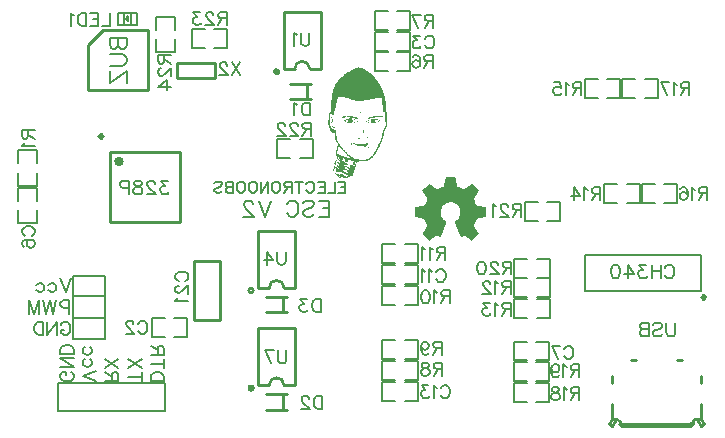
<source format=gbo>
G04 Layer: BottomSilkLayer*
G04 EasyEDA v6.1.51, Thu, 11 Jul 2019 05:23:43 GMT*
G04 97ee957230b044f1988730904329927e,674c0623d3a246009f606e19fc16e94a,10*
G04 Gerber Generator version 0.2*
G04 Scale: 100 percent, Rotated: No, Reflected: No *
G04 Dimensions in millimeters *
G04 leading zeros omitted , absolute positions ,3 integer and 3 decimal *
%FSLAX33Y33*%
%MOMM*%
G90*
G71D02*

%ADD10C,0.254000*%
%ADD12C,0.200000*%
%ADD13C,0.399999*%
%ADD14C,0.299999*%
%ADD43C,0.228600*%
%ADD44C,0.129032*%
%ADD45C,0.152400*%
%ADD46C,0.180010*%
%ADD47C,0.140005*%
%ADD48C,0.203200*%

%LPD*%

%LPD*%
G36*
G01X38873Y20276D02*
G01X38801Y20277D01*
G01X38701Y20276D01*
G01X38567Y20274D01*
G01X38164Y20269D01*
G01X38091Y19875D01*
G01X38076Y19795D01*
G01X38061Y19720D01*
G01X38047Y19651D01*
G01X38034Y19590D01*
G01X38022Y19539D01*
G01X38011Y19500D01*
G01X38003Y19473D01*
G01X37998Y19461D01*
G01X37968Y19444D01*
G01X37905Y19415D01*
G01X37820Y19378D01*
G01X37724Y19337D01*
G01X37627Y19298D01*
G01X37541Y19265D01*
G01X37476Y19241D01*
G01X37444Y19232D01*
G01X37432Y19237D01*
G01X37407Y19250D01*
G01X37372Y19272D01*
G01X37328Y19300D01*
G01X37276Y19333D01*
G01X37217Y19372D01*
G01X37153Y19415D01*
G01X37086Y19461D01*
G01X36755Y19689D01*
G01X36470Y19405D01*
G01X36413Y19347D01*
G01X36360Y19293D01*
G01X36311Y19243D01*
G01X36269Y19199D01*
G01X36234Y19162D01*
G01X36208Y19133D01*
G01X36191Y19114D01*
G01X36185Y19105D01*
G01X36190Y19095D01*
G01X36202Y19074D01*
G01X36222Y19043D01*
G01X36249Y19002D01*
G01X36280Y18954D01*
G01X36317Y18899D01*
G01X36357Y18839D01*
G01X36400Y18776D01*
G01X36444Y18713D01*
G01X36484Y18652D01*
G01X36520Y18595D01*
G01X36552Y18545D01*
G01X36579Y18501D01*
G01X36598Y18466D01*
G01X36611Y18442D01*
G01X36615Y18428D01*
G01X36606Y18394D01*
G01X36581Y18327D01*
G01X36546Y18237D01*
G01X36505Y18137D01*
G01X36462Y18038D01*
G01X36423Y17950D01*
G01X36393Y17885D01*
G01X36375Y17855D01*
G01X36341Y17844D01*
G01X36262Y17826D01*
G01X36148Y17802D01*
G01X36011Y17776D01*
G01X35940Y17763D01*
G01X35873Y17750D01*
G01X35809Y17738D01*
G01X35752Y17726D01*
G01X35703Y17715D01*
G01X35662Y17706D01*
G01X35633Y17699D01*
G01X35617Y17694D01*
G01X35602Y17686D01*
G01X35591Y17676D01*
G01X35583Y17657D01*
G01X35577Y17627D01*
G01X35574Y17580D01*
G01X35572Y17512D01*
G01X35571Y17419D01*
G01X35571Y17295D01*
G01X35572Y17159D01*
G01X35574Y17054D01*
G01X35579Y16976D01*
G01X35588Y16921D01*
G01X35601Y16885D01*
G01X35621Y16864D01*
G01X35647Y16854D01*
G01X35680Y16851D01*
G01X35714Y16849D01*
G01X35764Y16842D01*
G01X35826Y16832D01*
G01X35896Y16818D01*
G01X35972Y16803D01*
G01X36049Y16787D01*
G01X36125Y16771D01*
G01X36195Y16754D01*
G01X36257Y16739D01*
G01X36308Y16725D01*
G01X36342Y16713D01*
G01X36359Y16705D01*
G01X36370Y16687D01*
G01X36388Y16652D01*
G01X36410Y16604D01*
G01X36435Y16546D01*
G01X36462Y16481D01*
G01X36490Y16413D01*
G01X36516Y16345D01*
G01X36541Y16280D01*
G01X36563Y16221D01*
G01X36580Y16171D01*
G01X36591Y16135D01*
G01X36595Y16114D01*
G01X36591Y16100D01*
G01X36579Y16075D01*
G01X36560Y16041D01*
G01X36535Y15999D01*
G01X36504Y15950D01*
G01X36470Y15896D01*
G01X36431Y15838D01*
G01X36390Y15778D01*
G01X36311Y15661D01*
G01X36246Y15563D01*
G01X36202Y15493D01*
G01X36185Y15463D01*
G01X36191Y15454D01*
G01X36208Y15434D01*
G01X36234Y15405D01*
G01X36269Y15368D01*
G01X36311Y15323D01*
G01X36359Y15274D01*
G01X36412Y15219D01*
G01X36753Y14878D01*
G01X37052Y15085D01*
G01X37112Y15127D01*
G01X37171Y15166D01*
G01X37225Y15201D01*
G01X37274Y15232D01*
G01X37316Y15257D01*
G01X37350Y15276D01*
G01X37374Y15288D01*
G01X37388Y15293D01*
G01X37413Y15287D01*
G01X37455Y15271D01*
G01X37507Y15248D01*
G01X37564Y15219D01*
G01X37702Y15146D01*
G01X37730Y15214D01*
G01X37736Y15228D01*
G01X37746Y15252D01*
G01X37759Y15284D01*
G01X37776Y15324D01*
G01X37795Y15372D01*
G01X37817Y15425D01*
G01X37842Y15484D01*
G01X37868Y15548D01*
G01X37896Y15616D01*
G01X37926Y15687D01*
G01X37956Y15761D01*
G01X37988Y15836D01*
G01X38019Y15912D01*
G01X38049Y15985D01*
G01X38078Y16055D01*
G01X38106Y16122D01*
G01X38131Y16184D01*
G01X38155Y16241D01*
G01X38176Y16292D01*
G01X38194Y16337D01*
G01X38210Y16374D01*
G01X38230Y16424D01*
G01X38235Y16435D01*
G01X38239Y16462D01*
G01X38226Y16489D01*
G01X38189Y16523D01*
G01X38122Y16574D01*
G01X38068Y16614D01*
G01X38019Y16655D01*
G01X37976Y16696D01*
G01X37937Y16740D01*
G01X37901Y16786D01*
G01X37868Y16835D01*
G01X37837Y16889D01*
G01X37808Y16948D01*
G01X37778Y17018D01*
G01X37761Y17084D01*
G01X37754Y17165D01*
G01X37752Y17283D01*
G01X37754Y17406D01*
G01X37762Y17488D01*
G01X37782Y17556D01*
G01X37820Y17638D01*
G01X37854Y17701D01*
G01X37891Y17759D01*
G01X37932Y17814D01*
G01X37977Y17864D01*
G01X38025Y17911D01*
G01X38076Y17952D01*
G01X38131Y17990D01*
G01X38188Y18023D01*
G01X38249Y18051D01*
G01X38312Y18075D01*
G01X38378Y18094D01*
G01X38447Y18108D01*
G01X38502Y18115D01*
G01X38557Y18119D01*
G01X38612Y18119D01*
G01X38666Y18115D01*
G01X38720Y18107D01*
G01X38772Y18096D01*
G01X38824Y18081D01*
G01X38875Y18064D01*
G01X38924Y18042D01*
G01X38972Y18018D01*
G01X39019Y17991D01*
G01X39063Y17960D01*
G01X39106Y17927D01*
G01X39147Y17890D01*
G01X39186Y17851D01*
G01X39223Y17809D01*
G01X39257Y17765D01*
G01X39289Y17718D01*
G01X39318Y17668D01*
G01X39345Y17616D01*
G01X39379Y17537D01*
G01X39398Y17470D01*
G01X39408Y17396D01*
G01X39410Y17293D01*
G01X39409Y17234D01*
G01X39404Y17176D01*
G01X39396Y17121D01*
G01X39385Y17067D01*
G01X39371Y17014D01*
G01X39353Y16964D01*
G01X39332Y16915D01*
G01X39308Y16868D01*
G01X39281Y16822D01*
G01X39250Y16778D01*
G01X39216Y16736D01*
G01X39179Y16696D01*
G01X39138Y16656D01*
G01X39094Y16619D01*
G01X39047Y16583D01*
G01X38996Y16549D01*
G01X38962Y16526D01*
G01X38935Y16505D01*
G01X38916Y16489D01*
G01X38909Y16479D01*
G01X38913Y16465D01*
G01X38925Y16434D01*
G01X38944Y16385D01*
G01X38970Y16322D01*
G01X39000Y16246D01*
G01X39035Y16160D01*
G01X39074Y16066D01*
G01X39115Y15966D01*
G01X39143Y15897D01*
G01X39172Y15829D01*
G01X39199Y15761D01*
G01X39226Y15696D01*
G01X39252Y15633D01*
G01X39276Y15574D01*
G01X39299Y15519D01*
G01X39319Y15469D01*
G01X39337Y15425D01*
G01X39353Y15387D01*
G01X39365Y15356D01*
G01X39374Y15334D01*
G01X39400Y15269D01*
G01X39421Y15222D01*
G01X39439Y15191D01*
G01X39458Y15174D01*
G01X39480Y15170D01*
G01X39508Y15178D01*
G01X39545Y15196D01*
G01X39593Y15222D01*
G01X39646Y15249D01*
G01X39695Y15272D01*
G01X39735Y15287D01*
G01X39760Y15293D01*
G01X39774Y15288D01*
G01X39799Y15276D01*
G01X39834Y15257D01*
G01X39877Y15232D01*
G01X39927Y15201D01*
G01X39982Y15165D01*
G01X40042Y15126D01*
G01X40104Y15085D01*
G01X40408Y14877D01*
G01X40750Y15219D01*
G01X40803Y15274D01*
G01X40850Y15325D01*
G01X40891Y15370D01*
G01X40925Y15408D01*
G01X40950Y15439D01*
G01X40965Y15460D01*
G01X40969Y15470D01*
G01X40948Y15503D01*
G01X40928Y15535D01*
G01X40901Y15576D01*
G01X40869Y15624D01*
G01X40832Y15677D01*
G01X40793Y15735D01*
G01X40751Y15796D01*
G01X40542Y16098D01*
G01X40660Y16398D01*
G01X40707Y16516D01*
G01X40748Y16615D01*
G01X40778Y16684D01*
G01X40793Y16714D01*
G01X40809Y16720D01*
G01X40850Y16730D01*
G01X40911Y16744D01*
G01X40986Y16761D01*
G01X41072Y16779D01*
G01X41256Y16817D01*
G01X41344Y16834D01*
G01X41423Y16850D01*
G01X41490Y16862D01*
G01X41538Y16870D01*
G01X41563Y16873D01*
G01X41564Y16881D01*
G01X41566Y16905D01*
G01X41567Y16943D01*
G01X41569Y16993D01*
G01X41570Y17054D01*
G01X41570Y17123D01*
G01X41571Y17200D01*
G01X41571Y17418D01*
G01X41570Y17519D01*
G01X41569Y17592D01*
G01X41565Y17642D01*
G01X41560Y17673D01*
G01X41552Y17690D01*
G01X41540Y17699D01*
G01X41525Y17703D01*
G01X41504Y17707D01*
G01X41468Y17714D01*
G01X41419Y17724D01*
G01X41361Y17735D01*
G01X41296Y17747D01*
G01X41226Y17760D01*
G01X41155Y17774D01*
G01X41085Y17787D01*
G01X41018Y17799D01*
G01X40959Y17810D01*
G01X40908Y17819D01*
G01X40870Y17826D01*
G01X40838Y17832D01*
G01X40812Y17842D01*
G01X40789Y17860D01*
G01X40766Y17888D01*
G01X40741Y17930D01*
G01X40711Y17991D01*
G01X40675Y18073D01*
G01X40628Y18181D01*
G01X40521Y18433D01*
G01X40635Y18602D01*
G01X40660Y18639D01*
G01X40718Y18726D01*
G01X40749Y18771D01*
G01X40781Y18817D01*
G01X40811Y18862D01*
G01X40840Y18904D01*
G01X40866Y18942D01*
G01X40984Y19113D01*
G01X40699Y19398D01*
G01X40642Y19456D01*
G01X40588Y19509D01*
G01X40538Y19558D01*
G01X40495Y19600D01*
G01X40458Y19635D01*
G01X40430Y19661D01*
G01X40411Y19678D01*
G01X40403Y19684D01*
G01X40394Y19679D01*
G01X40373Y19666D01*
G01X40341Y19645D01*
G01X40299Y19618D01*
G01X40249Y19584D01*
G01X40193Y19546D01*
G01X40131Y19504D01*
G01X40065Y19458D01*
G01X39999Y19413D01*
G01X39936Y19371D01*
G01X39877Y19332D01*
G01X39825Y19299D01*
G01X39781Y19271D01*
G01X39745Y19251D01*
G01X39720Y19238D01*
G01X39708Y19233D01*
G01X39676Y19242D01*
G01X39611Y19267D01*
G01X39522Y19301D01*
G01X39422Y19341D01*
G01X39323Y19382D01*
G01X39235Y19419D01*
G01X39172Y19447D01*
G01X39144Y19462D01*
G01X39136Y19493D01*
G01X39097Y19688D01*
G01X39071Y19828D01*
G01X39058Y19901D01*
G01X39044Y19971D01*
G01X39032Y20036D01*
G01X39020Y20095D01*
G01X39009Y20146D01*
G01X39000Y20187D01*
G01X38993Y20217D01*
G01X38988Y20233D01*
G01X38982Y20249D01*
G01X38972Y20260D01*
G01X38954Y20268D01*
G01X38923Y20273D01*
G01X38873Y20276D01*
G37*

%LPD*%
G36*
G01X30862Y29535D02*
G01X30828Y29540D01*
G01X30803Y29538D01*
G01X30773Y29533D01*
G01X30737Y29525D01*
G01X30697Y29514D01*
G01X30653Y29500D01*
G01X30606Y29484D01*
G01X30555Y29465D01*
G01X30501Y29444D01*
G01X30445Y29420D01*
G01X30388Y29395D01*
G01X30328Y29369D01*
G01X30267Y29341D01*
G01X30206Y29311D01*
G01X30145Y29280D01*
G01X30083Y29249D01*
G01X30023Y29217D01*
G01X29963Y29184D01*
G01X29905Y29151D01*
G01X29849Y29117D01*
G01X29795Y29084D01*
G01X29747Y29053D01*
G01X29698Y29017D01*
G01X29645Y28978D01*
G01X29591Y28935D01*
G01X29534Y28889D01*
G01X29477Y28841D01*
G01X29363Y28739D01*
G01X29307Y28686D01*
G01X29252Y28632D01*
G01X29198Y28580D01*
G01X29148Y28527D01*
G01X29099Y28475D01*
G01X29055Y28426D01*
G01X29014Y28378D01*
G01X28979Y28333D01*
G01X28951Y28295D01*
G01X28924Y28256D01*
G01X28898Y28217D01*
G01X28873Y28177D01*
G01X28848Y28135D01*
G01X28824Y28093D01*
G01X28802Y28049D01*
G01X28779Y28005D01*
G01X28758Y27959D01*
G01X28738Y27912D01*
G01X28718Y27864D01*
G01X28699Y27816D01*
G01X28663Y27714D01*
G01X28647Y27662D01*
G01X28631Y27608D01*
G01X28616Y27553D01*
G01X28602Y27498D01*
G01X28589Y27441D01*
G01X28576Y27383D01*
G01X28564Y27323D01*
G01X28553Y27262D01*
G01X28542Y27200D01*
G01X28533Y27137D01*
G01X28524Y27073D01*
G01X28516Y27007D01*
G01X28508Y26940D01*
G01X28502Y26872D01*
G01X28496Y26802D01*
G01X28491Y26731D01*
G01X28483Y26585D01*
G01X28477Y26433D01*
G01X28476Y26355D01*
G01X28475Y26276D01*
G01X28472Y25737D01*
G01X28402Y25723D01*
G01X28360Y25711D01*
G01X28327Y25693D01*
G01X28301Y25667D01*
G01X28282Y25631D01*
G01X28268Y25581D01*
G01X28260Y25517D01*
G01X28255Y25435D01*
G01X28254Y25332D01*
G01X28252Y25222D01*
G01X28247Y25122D01*
G01X28239Y25044D01*
G01X28229Y24998D01*
G01X28220Y24970D01*
G01X28216Y24937D01*
G01X28215Y24898D01*
G01X28218Y24854D01*
G01X28224Y24806D01*
G01X28233Y24754D01*
G01X28246Y24697D01*
G01X28262Y24637D01*
G01X28282Y24573D01*
G01X28304Y24507D01*
G01X28330Y24438D01*
G01X28359Y24366D01*
G01X28405Y24260D01*
G01X28448Y24171D01*
G01X28489Y24101D01*
G01X28529Y24047D01*
G01X28568Y24008D01*
G01X28607Y23984D01*
G01X28648Y23974D01*
G01X28690Y23976D01*
G01X28718Y23982D01*
G01X28739Y23983D01*
G01X28754Y23975D01*
G01X28767Y23950D01*
G01X28777Y23905D01*
G01X28787Y23835D01*
G01X28800Y23732D01*
G01X28817Y23593D01*
G01X28825Y23529D01*
G01X28834Y23470D01*
G01X28845Y23417D01*
G01X28857Y23368D01*
G01X28871Y23321D01*
G01X28886Y23276D01*
G01X28905Y23230D01*
G01X28926Y23185D01*
G01X29007Y23019D01*
G01X28947Y22687D01*
G01X28931Y22593D01*
G01X28917Y22508D01*
G01X28907Y22433D01*
G01X28899Y22365D01*
G01X28894Y22305D01*
G01X28891Y22251D01*
G01X28891Y22204D01*
G01X28894Y22162D01*
G01X28900Y22124D01*
G01X28908Y22090D01*
G01X28919Y22060D01*
G01X28932Y22031D01*
G01X28952Y21990D01*
G01X28962Y21956D01*
G01X28961Y21926D01*
G01X28951Y21897D01*
G01X28943Y21872D01*
G01X28937Y21842D01*
G01X28935Y21813D01*
G01X28938Y21786D01*
G01X28940Y21756D01*
G01X28934Y21734D01*
G01X28918Y21717D01*
G01X28890Y21702D01*
G01X28861Y21686D01*
G01X28841Y21661D01*
G01X28830Y21625D01*
G01X28823Y21570D01*
G01X28816Y21524D01*
G01X28806Y21484D01*
G01X28790Y21453D01*
G01X28773Y21434D01*
G01X28752Y21416D01*
G01X28744Y21398D01*
G01X28748Y21373D01*
G01X28763Y21338D01*
G01X28779Y21299D01*
G01X28779Y21272D01*
G01X28762Y21247D01*
G01X28685Y21184D01*
G01X28667Y21158D01*
G01X28667Y21127D01*
G01X28683Y21082D01*
G01X28698Y21037D01*
G01X28701Y21006D01*
G01X28688Y20978D01*
G01X28659Y20946D01*
G01X28629Y20913D01*
G01X28618Y20887D01*
G01X28624Y20857D01*
G01X28647Y20812D01*
G01X28677Y20759D01*
G01X28714Y20704D01*
G01X28756Y20646D01*
G01X28803Y20586D01*
G01X28854Y20524D01*
G01X28909Y20463D01*
G01X28966Y20402D01*
G01X29025Y20343D01*
G01X29082Y20291D01*
G01X29136Y20247D01*
G01X29188Y20211D01*
G01X29239Y20184D01*
G01X29292Y20164D01*
G01X29346Y20150D01*
G01X29405Y20142D01*
G01X29467Y20140D01*
G01X29550Y20144D01*
G01X29640Y20155D01*
G01X29731Y20173D01*
G01X29819Y20195D01*
G01X29897Y20220D01*
G01X29963Y20247D01*
G01X30010Y20274D01*
G01X30033Y20300D01*
G01X30046Y20314D01*
G01X30071Y20325D01*
G01X30105Y20331D01*
G01X30148Y20333D01*
G01X30193Y20337D01*
G01X30237Y20346D01*
G01X30276Y20361D01*
G01X30308Y20379D01*
G01X30342Y20407D01*
G01X30355Y20426D01*
G01X30347Y20447D01*
G01X30320Y20476D01*
G01X30298Y20503D01*
G01X30288Y20524D01*
G01X30291Y20543D01*
G01X30305Y20563D01*
G01X30320Y20578D01*
G01X30337Y20589D01*
G01X30355Y20597D01*
G01X30370Y20600D01*
G01X30400Y20611D01*
G01X30416Y20639D01*
G01X30414Y20673D01*
G01X30394Y20707D01*
G01X30373Y20740D01*
G01X30372Y20777D01*
G01X30389Y20806D01*
G01X30420Y20818D01*
G01X30435Y20821D01*
G01X30453Y20829D01*
G01X30470Y20840D01*
G01X30485Y20854D01*
G01X30499Y20875D01*
G01X30503Y20893D01*
G01X30497Y20911D01*
G01X30480Y20933D01*
G01X30457Y20974D01*
G01X30453Y21015D01*
G01X30467Y21047D01*
G01X30496Y21060D01*
G01X30512Y21063D01*
G01X30529Y21071D01*
G01X30547Y21083D01*
G01X30562Y21097D01*
G01X30577Y21119D01*
G01X30582Y21139D01*
G01X30577Y21162D01*
G01X30562Y21193D01*
G01X30547Y21228D01*
G01X30544Y21264D01*
G01X30553Y21312D01*
G01X30577Y21380D01*
G01X30602Y21437D01*
G01X30626Y21479D01*
G01X30651Y21505D01*
G01X30677Y21517D01*
G01X30700Y21523D01*
G01X30726Y21534D01*
G01X30752Y21548D01*
G01X30774Y21564D01*
G01X30790Y21575D01*
G01X30812Y21584D01*
G01X30841Y21591D01*
G01X30878Y21596D01*
G01X30927Y21600D01*
G01X30989Y21602D01*
G01X31066Y21604D01*
G01X31159Y21604D01*
G01X31265Y21605D01*
G01X31349Y21606D01*
G01X31415Y21610D01*
G01X31469Y21615D01*
G01X31513Y21624D01*
G01X31554Y21636D01*
G01X31596Y21652D01*
G01X31643Y21673D01*
G01X31680Y21692D01*
G01X31718Y21714D01*
G01X31757Y21739D01*
G01X31797Y21769D01*
G01X31838Y21801D01*
G01X31880Y21837D01*
G01X31923Y21877D01*
G01X32005Y21959D01*
G01X32039Y21996D01*
G01X32071Y22033D01*
G01X32101Y22072D01*
G01X32132Y22115D01*
G01X32163Y22163D01*
G01X32197Y22217D01*
G01X32234Y22281D01*
G01X32276Y22356D01*
G01X32323Y22444D01*
G01X32377Y22546D01*
G01X32439Y22664D01*
G01X32486Y22753D01*
G01X32529Y22836D01*
G01X32569Y22914D01*
G01X32640Y23056D01*
G01X32672Y23121D01*
G01X32701Y23182D01*
G01X32727Y23239D01*
G01X32752Y23294D01*
G01X32774Y23346D01*
G01X32794Y23395D01*
G01X32813Y23443D01*
G01X32830Y23490D01*
G01X32845Y23535D01*
G01X32859Y23579D01*
G01X32872Y23624D01*
G01X32894Y23712D01*
G01X32903Y23757D01*
G01X32912Y23803D01*
G01X32920Y23851D01*
G01X32928Y23900D01*
G01X32936Y23952D01*
G01X32943Y24007D01*
G01X32958Y24094D01*
G01X32977Y24165D01*
G01X33006Y24224D01*
G01X33045Y24283D01*
G01X33080Y24336D01*
G01X33117Y24403D01*
G01X33151Y24475D01*
G01X33176Y24544D01*
G01X33202Y24629D01*
G01X33214Y24698D01*
G01X33214Y24767D01*
G01X33202Y24849D01*
G01X33197Y24886D01*
G01X33192Y24937D01*
G01X33188Y24997D01*
G01X33184Y25066D01*
G01X33181Y25141D01*
G01X33179Y25220D01*
G01X33177Y25300D01*
G01X33176Y25381D01*
G01X33176Y25504D01*
G01X33175Y25599D01*
G01X33172Y25669D01*
G01X33168Y25719D01*
G01X33161Y25754D01*
G01X33150Y25778D01*
G01X33135Y25797D01*
G01X33116Y25815D01*
G01X33085Y25845D01*
G01X33069Y25873D01*
G01X33069Y25910D01*
G01X33080Y25964D01*
G01X33085Y25992D01*
G01X33088Y26031D01*
G01X33091Y26082D01*
G01X33093Y26141D01*
G01X33095Y26207D01*
G01X33095Y26278D01*
G01X33094Y26351D01*
G01X33092Y26427D01*
G01X33089Y26499D01*
G01X33086Y26565D01*
G01X33082Y26624D01*
G01X33078Y26678D01*
G01X33073Y26728D01*
G01X33067Y26777D01*
G01X33059Y26823D01*
G01X33050Y26870D01*
G01X33040Y26917D01*
G01X33028Y26967D01*
G01X33014Y27021D01*
G01X32998Y27079D01*
G01X32979Y27145D01*
G01X32959Y27211D01*
G01X32938Y27276D01*
G01X32916Y27341D01*
G01X32894Y27405D01*
G01X32871Y27469D01*
G01X32821Y27595D01*
G01X32795Y27657D01*
G01X32769Y27718D01*
G01X32742Y27778D01*
G01X32714Y27838D01*
G01X32685Y27898D01*
G01X32656Y27956D01*
G01X32626Y28014D01*
G01X32595Y28071D01*
G01X32564Y28126D01*
G01X32532Y28181D01*
G01X32499Y28236D01*
G01X32466Y28288D01*
G01X32433Y28341D01*
G01X32398Y28392D01*
G01X32364Y28442D01*
G01X32328Y28491D01*
G01X32292Y28539D01*
G01X32256Y28586D01*
G01X32219Y28632D01*
G01X32182Y28676D01*
G01X32144Y28719D01*
G01X32106Y28761D01*
G01X32067Y28802D01*
G01X32028Y28842D01*
G01X31982Y28886D01*
G01X31935Y28930D01*
G01X31888Y28972D01*
G01X31792Y29054D01*
G01X31742Y29093D01*
G01X31693Y29130D01*
G01X31643Y29167D01*
G01X31594Y29201D01*
G01X31543Y29235D01*
G01X31493Y29267D01*
G01X31443Y29298D01*
G01X31393Y29327D01*
G01X31343Y29354D01*
G01X31293Y29380D01*
G01X31243Y29405D01*
G01X31194Y29427D01*
G01X31145Y29448D01*
G01X31096Y29467D01*
G01X31048Y29483D01*
G01X30979Y29505D01*
G01X30915Y29523D01*
G01X30862Y29535D01*
G37*

%LPC*%
G36*
G01X29257Y20289D02*
G01X29186Y20305D01*
G01X29161Y20300D01*
G01X29176Y20273D01*
G01X29224Y20242D01*
G01X29298Y20214D01*
G01X29386Y20196D01*
G01X29472Y20189D01*
G01X29503Y20193D01*
G01X29500Y20202D01*
G01X29461Y20219D01*
G01X29382Y20248D01*
G01X29257Y20289D01*
G37*
G36*
G01X28878Y21008D02*
G01X28834Y21030D01*
G01X28807Y21029D01*
G01X28794Y21002D01*
G01X28789Y20945D01*
G01X28788Y20908D01*
G01X28788Y20850D01*
G01X28789Y20836D01*
G01X28789Y20829D01*
G01X28784Y20823D01*
G01X28777Y20819D01*
G01X28767Y20818D01*
G01X28757Y20823D01*
G01X28749Y20836D01*
G01X28743Y20856D01*
G01X28741Y20880D01*
G01X28739Y20903D01*
G01X28734Y20920D01*
G01X28726Y20928D01*
G01X28716Y20927D01*
G01X28693Y20897D01*
G01X28697Y20849D01*
G01X28730Y20782D01*
G01X28792Y20695D01*
G01X28851Y20627D01*
G01X28906Y20577D01*
G01X28971Y20537D01*
G01X29056Y20500D01*
G01X29141Y20468D01*
G01X29193Y20454D01*
G01X29221Y20457D01*
G01X29238Y20476D01*
G01X29248Y20492D01*
G01X29256Y20505D01*
G01X29262Y20516D01*
G01X29266Y20521D01*
G01X29281Y20519D01*
G01X29316Y20510D01*
G01X29367Y20495D01*
G01X29430Y20476D01*
G01X29508Y20449D01*
G01X29552Y20429D01*
G01X29568Y20410D01*
G01X29560Y20392D01*
G01X29548Y20374D01*
G01X29550Y20360D01*
G01X29566Y20347D01*
G01X29599Y20334D01*
G01X29694Y20303D01*
G01X29758Y20294D01*
G01X29805Y20307D01*
G01X29852Y20343D01*
G01X29882Y20368D01*
G01X29912Y20388D01*
G01X29941Y20402D01*
G01X29964Y20407D01*
G01X29968Y20411D01*
G01X29946Y20421D01*
G01X29901Y20435D01*
G01X29837Y20452D01*
G01X29766Y20472D01*
G01X29698Y20497D01*
G01X29642Y20523D01*
G01X29605Y20547D01*
G01X29568Y20575D01*
G01X29522Y20600D01*
G01X29472Y20623D01*
G01X29421Y20641D01*
G01X29372Y20654D01*
G01X29330Y20660D01*
G01X29298Y20659D01*
G01X29280Y20648D01*
G01X29270Y20638D01*
G01X29258Y20631D01*
G01X29245Y20630D01*
G01X29233Y20633D01*
G01X29211Y20642D01*
G01X29170Y20652D01*
G01X29117Y20664D01*
G01X29057Y20675D01*
G01X28952Y20698D01*
G01X28886Y20722D01*
G01X28858Y20749D01*
G01X28867Y20779D01*
G01X28877Y20796D01*
G01X28888Y20824D01*
G01X28899Y20858D01*
G01X28908Y20894D01*
G01X28915Y20939D01*
G01X28913Y20970D01*
G01X28901Y20992D01*
G01X28878Y21008D01*
G37*
G36*
G01X29767Y20837D02*
G01X29720Y20849D01*
G01X29694Y20830D01*
G01X29691Y20815D01*
G01X29685Y20804D01*
G01X29681Y20797D01*
G01X29677Y20793D01*
G01X29668Y20795D01*
G01X29651Y20801D01*
G01X29629Y20808D01*
G01X29603Y20817D01*
G01X29575Y20825D01*
G01X29551Y20828D01*
G01X29534Y20825D01*
G01X29523Y20818D01*
G01X29515Y20811D01*
G01X29502Y20806D01*
G01X29487Y20806D01*
G01X29471Y20809D01*
G01X29456Y20814D01*
G01X29445Y20815D01*
G01X29437Y20813D01*
G01X29434Y20809D01*
G01X29446Y20797D01*
G01X29480Y20776D01*
G01X29531Y20749D01*
G01X29593Y20719D01*
G01X29661Y20687D01*
G01X29729Y20657D01*
G01X29793Y20630D01*
G01X29847Y20611D01*
G01X29899Y20595D01*
G01X29926Y20590D01*
G01X29934Y20598D01*
G01X29928Y20620D01*
G01X29920Y20638D01*
G01X29909Y20656D01*
G01X29895Y20673D01*
G01X29882Y20685D01*
G01X29868Y20698D01*
G01X29856Y20717D01*
G01X29846Y20737D01*
G01X29840Y20757D01*
G01X29814Y20803D01*
G01X29767Y20837D01*
G37*
G36*
G01X29825Y21072D02*
G01X29789Y21085D01*
G01X29782Y21082D01*
G01X29773Y21074D01*
G01X29765Y21062D01*
G01X29758Y21048D01*
G01X29747Y21031D01*
G01X29733Y21024D01*
G01X29709Y21028D01*
G01X29673Y21042D01*
G01X29639Y21055D01*
G01X29616Y21060D01*
G01X29602Y21055D01*
G01X29594Y21041D01*
G01X29587Y21031D01*
G01X29578Y21025D01*
G01X29567Y21024D01*
G01X29555Y21028D01*
G01X29546Y21032D01*
G01X29540Y21032D01*
G01X29539Y21029D01*
G01X29542Y21022D01*
G01X29562Y21005D01*
G01X29603Y20981D01*
G01X29659Y20952D01*
G01X29723Y20921D01*
G01X29791Y20890D01*
G01X29855Y20863D01*
G01X29911Y20841D01*
G01X29953Y20829D01*
G01X30001Y20824D01*
G01X30022Y20839D01*
G01X30012Y20868D01*
G01X29972Y20908D01*
G01X29952Y20927D01*
G01X29935Y20946D01*
G01X29925Y20965D01*
G01X29921Y20979D01*
G01X29905Y21008D01*
G01X29868Y21042D01*
G01X29825Y21072D01*
G37*
G36*
G01X28888Y21275D02*
G01X28865Y21281D01*
G01X28850Y21273D01*
G01X28839Y21251D01*
G01X28829Y21233D01*
G01X28814Y21215D01*
G01X28796Y21199D01*
G01X28778Y21187D01*
G01X28753Y21171D01*
G01X28759Y21153D01*
G01X28812Y21121D01*
G01X28926Y21063D01*
G01X28986Y21032D01*
G01X29050Y20999D01*
G01X29110Y20967D01*
G01X29158Y20940D01*
G01X29195Y20920D01*
G01X29226Y20906D01*
G01X29247Y20898D01*
G01X29254Y20899D01*
G01X29245Y20909D01*
G01X29221Y20928D01*
G01X29184Y20950D01*
G01X29140Y20976D01*
G01X29094Y21004D01*
G01X29061Y21031D01*
G01X29042Y21054D01*
G01X29039Y21071D01*
G01X29042Y21085D01*
G01X29040Y21099D01*
G01X29035Y21111D01*
G01X29025Y21120D01*
G01X29014Y21129D01*
G01X29006Y21143D01*
G01X29000Y21160D01*
G01X28998Y21176D01*
G01X28992Y21196D01*
G01X28977Y21217D01*
G01X28954Y21237D01*
G01X28927Y21255D01*
G01X28888Y21275D01*
G37*
G36*
G01X30272Y21034D02*
G01X30268Y21036D01*
G01X30263Y21034D01*
G01X30255Y21029D01*
G01X30248Y21021D01*
G01X30241Y21012D01*
G01X30237Y21002D01*
G01X30238Y20995D01*
G01X30243Y20990D01*
G01X30252Y20988D01*
G01X30263Y20990D01*
G01X30271Y20995D01*
G01X30277Y21002D01*
G01X30279Y21012D01*
G01X30278Y21021D01*
G01X30276Y21029D01*
G01X30272Y21034D01*
G37*
G36*
G01X29162Y21978D02*
G01X29150Y21997D01*
G01X29126Y21993D01*
G01X29116Y21982D01*
G01X29105Y21963D01*
G01X29096Y21937D01*
G01X29087Y21908D01*
G01X29077Y21878D01*
G01X29064Y21855D01*
G01X29047Y21840D01*
G01X29030Y21835D01*
G01X29029Y21832D01*
G01X29043Y21821D01*
G01X29070Y21805D01*
G01X29110Y21783D01*
G01X29160Y21757D01*
G01X29219Y21726D01*
G01X29286Y21693D01*
G01X29360Y21657D01*
G01X29437Y21620D01*
G01X29513Y21582D01*
G01X29586Y21545D01*
G01X29656Y21511D01*
G01X29718Y21478D01*
G01X29771Y21450D01*
G01X29815Y21427D01*
G01X29845Y21409D01*
G01X29903Y21372D01*
G01X29930Y21350D01*
G01X29928Y21338D01*
G01X29879Y21326D01*
G01X29861Y21316D01*
G01X29848Y21303D01*
G01X29843Y21289D01*
G01X29835Y21265D01*
G01X29814Y21256D01*
G01X29781Y21259D01*
G01X29742Y21278D01*
G01X29724Y21285D01*
G01X29709Y21287D01*
G01X29696Y21283D01*
G01X29686Y21272D01*
G01X29674Y21261D01*
G01X29657Y21257D01*
G01X29634Y21261D01*
G01X29602Y21273D01*
G01X29565Y21288D01*
G01X29543Y21295D01*
G01X29536Y21294D01*
G01X29543Y21286D01*
G01X29563Y21272D01*
G01X29596Y21252D01*
G01X29641Y21226D01*
G01X29696Y21196D01*
G01X29769Y21160D01*
G01X29846Y21125D01*
G01X29922Y21093D01*
G01X29994Y21064D01*
G01X30059Y21042D01*
G01X30113Y21026D01*
G01X30151Y21019D01*
G01X30170Y21022D01*
G01X30174Y21027D01*
G01X30172Y21032D01*
G01X30166Y21035D01*
G01X30155Y21036D01*
G01X30126Y21054D01*
G01X30098Y21101D01*
G01X30075Y21169D01*
G01X30060Y21247D01*
G01X30051Y21325D01*
G01X30220Y21265D01*
G01X30287Y21242D01*
G01X30347Y21223D01*
G01X30394Y21211D01*
G01X30419Y21205D01*
G01X30435Y21219D01*
G01X30458Y21255D01*
G01X30483Y21309D01*
G01X30508Y21374D01*
G01X30533Y21440D01*
G01X30558Y21496D01*
G01X30580Y21536D01*
G01X30596Y21554D01*
G01X30604Y21559D01*
G01X30604Y21563D01*
G01X30598Y21566D01*
G01X30584Y21567D01*
G01X30544Y21560D01*
G01X30511Y21529D01*
G01X30480Y21467D01*
G01X30446Y21369D01*
G01X30418Y21283D01*
G01X30393Y21241D01*
G01X30365Y21236D01*
G01X30324Y21260D01*
G01X30302Y21281D01*
G01X30297Y21309D01*
G01X30308Y21358D01*
G01X30337Y21440D01*
G01X30358Y21500D01*
G01X30373Y21550D01*
G01X30381Y21586D01*
G01X30380Y21603D01*
G01X30357Y21613D01*
G01X30302Y21630D01*
G01X30224Y21651D01*
G01X30132Y21675D01*
G01X29897Y21734D01*
G01X29857Y21603D01*
G01X29840Y21552D01*
G01X29823Y21511D01*
G01X29808Y21482D01*
G01X29798Y21472D01*
G01X29753Y21488D01*
G01X29691Y21524D01*
G01X29637Y21564D01*
G01X29613Y21594D01*
G01X29616Y21610D01*
G01X29624Y21637D01*
G01X29636Y21670D01*
G01X29651Y21706D01*
G01X29666Y21740D01*
G01X29678Y21770D01*
G01X29687Y21791D01*
G01X29690Y21801D01*
G01X29662Y21814D01*
G01X29597Y21833D01*
G01X29526Y21852D01*
G01X29481Y21860D01*
G01X29474Y21853D01*
G01X29465Y21835D01*
G01X29456Y21808D01*
G01X29448Y21775D01*
G01X29430Y21719D01*
G01X29399Y21694D01*
G01X29349Y21698D01*
G01X29272Y21729D01*
G01X29193Y21770D01*
G01X29153Y21802D01*
G01X29142Y21838D01*
G01X29153Y21889D01*
G01X29164Y21941D01*
G01X29162Y21978D01*
G37*
G36*
G01X29045Y21758D02*
G01X29021Y21766D01*
G01X29009Y21760D01*
G01X29003Y21738D01*
G01X28995Y21720D01*
G01X28978Y21701D01*
G01X28955Y21682D01*
G01X28929Y21668D01*
G01X28894Y21650D01*
G01X28876Y21628D01*
G01X28872Y21593D01*
G01X28878Y21535D01*
G01X28884Y21480D01*
G01X28881Y21445D01*
G01X28868Y21423D01*
G01X28841Y21408D01*
G01X28821Y21393D01*
G01X28836Y21372D01*
G01X28891Y21338D01*
G01X28998Y21284D01*
G01X29073Y21248D01*
G01X29134Y21219D01*
G01X29180Y21199D01*
G01X29211Y21187D01*
G01X29226Y21183D01*
G01X29225Y21188D01*
G01X29208Y21201D01*
G01X29174Y21224D01*
G01X29150Y21243D01*
G01X29131Y21262D01*
G01X29120Y21280D01*
G01X29118Y21294D01*
G01X29120Y21307D01*
G01X29118Y21319D01*
G01X29111Y21330D01*
G01X29101Y21338D01*
G01X29091Y21347D01*
G01X29083Y21360D01*
G01X29076Y21376D01*
G01X29074Y21392D01*
G01X29067Y21414D01*
G01X29046Y21443D01*
G01X29016Y21477D01*
G01X28978Y21512D01*
G01X28926Y21557D01*
G01X28906Y21578D01*
G01X28916Y21581D01*
G01X28956Y21568D01*
G01X28998Y21552D01*
G01X29057Y21525D01*
G01X29124Y21492D01*
G01X29193Y21457D01*
G01X29252Y21427D01*
G01X29299Y21405D01*
G01X29333Y21390D01*
G01X29353Y21384D01*
G01X29357Y21387D01*
G01X29345Y21397D01*
G01X29315Y21417D01*
G01X29265Y21445D01*
G01X29231Y21467D01*
G01X29206Y21489D01*
G01X29191Y21508D01*
G01X29191Y21521D01*
G01X29195Y21534D01*
G01X29194Y21549D01*
G01X29188Y21565D01*
G01X29177Y21580D01*
G01X29167Y21597D01*
G01X29159Y21615D01*
G01X29156Y21635D01*
G01X29156Y21652D01*
G01X29154Y21670D01*
G01X29140Y21692D01*
G01X29117Y21714D01*
G01X29088Y21735D01*
G01X29045Y21758D01*
G37*
G36*
G01X29275Y27018D02*
G01X29052Y27021D01*
G01X29028Y26941D01*
G01X29022Y26918D01*
G01X29013Y26885D01*
G01X29002Y26845D01*
G01X28990Y26798D01*
G01X28976Y26744D01*
G01X28961Y26685D01*
G01X28945Y26621D01*
G01X28928Y26554D01*
G01X28910Y26484D01*
G01X28893Y26411D01*
G01X28874Y26338D01*
G01X28856Y26265D01*
G01X28839Y26192D01*
G01X28821Y26122D01*
G01X28805Y26053D01*
G01X28789Y25988D01*
G01X28775Y25928D01*
G01X28761Y25872D01*
G01X28750Y25823D01*
G01X28740Y25779D01*
G01X28711Y25661D01*
G01X28686Y25586D01*
G01X28661Y25546D01*
G01X28632Y25529D01*
G01X28604Y25524D01*
G01X28580Y25528D01*
G01X28556Y25542D01*
G01X28532Y25566D01*
G01X28509Y25588D01*
G01X28485Y25602D01*
G01X28461Y25607D01*
G01X28436Y25604D01*
G01X28409Y25586D01*
G01X28392Y25541D01*
G01X28381Y25446D01*
G01X28371Y25281D01*
G01X28365Y25159D01*
G01X28360Y25056D01*
G01X28358Y24968D01*
G01X28357Y24894D01*
G01X28358Y24831D01*
G01X28362Y24776D01*
G01X28368Y24726D01*
G01X28377Y24681D01*
G01X28390Y24636D01*
G01X28406Y24590D01*
G01X28426Y24539D01*
G01X28449Y24482D01*
G01X28498Y24369D01*
G01X28531Y24306D01*
G01X28554Y24285D01*
G01X28572Y24296D01*
G01X28619Y24325D01*
G01X28680Y24327D01*
G01X28740Y24307D01*
G01X28779Y24266D01*
G01X28792Y24244D01*
G01X28810Y24225D01*
G01X28830Y24210D01*
G01X28849Y24202D01*
G01X28871Y24191D01*
G01X28885Y24170D01*
G01X28893Y24136D01*
G01X28895Y24084D01*
G01X28896Y24057D01*
G01X28898Y24019D01*
G01X28902Y23973D01*
G01X28907Y23921D01*
G01X28912Y23863D01*
G01X28919Y23802D01*
G01X28926Y23739D01*
G01X28934Y23676D01*
G01X28945Y23594D01*
G01X28957Y23522D01*
G01X28968Y23461D01*
G01X28980Y23407D01*
G01X28994Y23358D01*
G01X29010Y23313D01*
G01X29028Y23271D01*
G01X29048Y23229D01*
G01X29065Y23199D01*
G01X29084Y23168D01*
G01X29105Y23134D01*
G01X29129Y23099D01*
G01X29156Y23061D01*
G01X29186Y23021D01*
G01X29218Y22979D01*
G01X29253Y22935D01*
G01X29290Y22889D01*
G01X29329Y22841D01*
G01X29371Y22792D01*
G01X29415Y22741D01*
G01X29462Y22688D01*
G01X29510Y22634D01*
G01X29562Y22578D01*
G01X29614Y22521D01*
G01X29669Y22462D01*
G01X29726Y22402D01*
G01X29785Y22341D01*
G01X29846Y22279D01*
G01X29993Y22128D01*
G01X29983Y22267D01*
G01X29973Y22405D01*
G01X30007Y22248D01*
G01X30029Y22163D01*
G01X30055Y22103D01*
G01X30094Y22053D01*
G01X30154Y21999D01*
G01X30196Y21967D01*
G01X30238Y21937D01*
G01X30282Y21910D01*
G01X30328Y21884D01*
G01X30375Y21861D01*
G01X30425Y21840D01*
G01X30477Y21821D01*
G01X30532Y21803D01*
G01X30591Y21788D01*
G01X30653Y21774D01*
G01X30718Y21762D01*
G01X30788Y21751D01*
G01X30863Y21742D01*
G01X30941Y21734D01*
G01X31025Y21728D01*
G01X31114Y21722D01*
G01X31205Y21718D01*
G01X31276Y21715D01*
G01X31333Y21715D01*
G01X31380Y21719D01*
G01X31421Y21726D01*
G01X31460Y21737D01*
G01X31503Y21753D01*
G01X31554Y21774D01*
G01X31630Y21808D01*
G01X31694Y21845D01*
G01X31747Y21883D01*
G01X31793Y21928D01*
G01X31832Y21981D01*
G01X31868Y22046D01*
G01X31902Y22124D01*
G01X31937Y22218D01*
G01X31974Y22315D01*
G01X31999Y22375D01*
G01X32015Y22397D01*
G01X32020Y22380D01*
G01X32017Y22342D01*
G01X32007Y22290D01*
G01X31991Y22232D01*
G01X31973Y22175D01*
G01X31924Y22042D01*
G01X31986Y22114D01*
G01X31999Y22131D01*
G01X32016Y22158D01*
G01X32039Y22194D01*
G01X32064Y22239D01*
G01X32094Y22291D01*
G01X32127Y22348D01*
G01X32162Y22412D01*
G01X32199Y22481D01*
G01X32238Y22552D01*
G01X32278Y22627D01*
G01X32318Y22704D01*
G01X32359Y22781D01*
G01X32399Y22858D01*
G01X32438Y22934D01*
G01X32476Y23008D01*
G01X32546Y23148D01*
G01X32577Y23211D01*
G01X32604Y23268D01*
G01X32628Y23319D01*
G01X32652Y23375D01*
G01X32674Y23424D01*
G01X32693Y23471D01*
G01X32709Y23514D01*
G01X32724Y23557D01*
G01X32737Y23600D01*
G01X32748Y23646D01*
G01X32759Y23695D01*
G01X32770Y23749D01*
G01X32781Y23809D01*
G01X32792Y23877D01*
G01X32805Y23955D01*
G01X32817Y24033D01*
G01X32829Y24098D01*
G01X32841Y24151D01*
G01X32854Y24197D01*
G01X32870Y24237D01*
G01X32888Y24274D01*
G01X32910Y24311D01*
G01X32937Y24351D01*
G01X32983Y24421D01*
G01X33021Y24485D01*
G01X33048Y24547D01*
G01X33068Y24606D01*
G01X33079Y24667D01*
G01X33084Y24730D01*
G01X33081Y24798D01*
G01X33072Y24873D01*
G01X33066Y24913D01*
G01X33062Y24964D01*
G01X33058Y25021D01*
G01X33054Y25084D01*
G01X33052Y25150D01*
G01X33049Y25217D01*
G01X33049Y25349D01*
G01X33051Y25484D01*
G01X33052Y25584D01*
G01X33051Y25655D01*
G01X33047Y25699D01*
G01X33041Y25724D01*
G01X33031Y25734D01*
G01X33016Y25734D01*
G01X32996Y25729D01*
G01X32943Y25730D01*
G01X32904Y25763D01*
G01X32877Y25834D01*
G01X32860Y25946D01*
G01X32844Y26101D01*
G01X32831Y26238D01*
G01X32818Y26361D01*
G01X32807Y26469D01*
G01X32797Y26563D01*
G01X32787Y26646D01*
G01X32778Y26716D01*
G01X32769Y26775D01*
G01X32760Y26824D01*
G01X32751Y26865D01*
G01X32741Y26898D01*
G01X32731Y26923D01*
G01X32719Y26942D01*
G01X32707Y26955D01*
G01X32693Y26964D01*
G01X32677Y26969D01*
G01X32660Y26972D01*
G01X32640Y26973D01*
G01X32618Y26972D01*
G01X32594Y26972D01*
G01X32562Y26971D01*
G01X32520Y26967D01*
G01X32468Y26960D01*
G01X32409Y26951D01*
G01X32345Y26941D01*
G01X32277Y26929D01*
G01X32207Y26915D01*
G01X32138Y26901D01*
G01X32085Y26890D01*
G01X32028Y26878D01*
G01X31968Y26866D01*
G01X31905Y26853D01*
G01X31840Y26841D01*
G01X31774Y26829D01*
G01X31707Y26815D01*
G01X31639Y26803D01*
G01X31571Y26790D01*
G01X31437Y26766D01*
G01X31373Y26755D01*
G01X31310Y26744D01*
G01X31249Y26734D01*
G01X31192Y26724D01*
G01X31138Y26715D01*
G01X31089Y26708D01*
G01X31044Y26700D01*
G01X31004Y26695D01*
G01X30970Y26690D01*
G01X30922Y26686D01*
G01X30871Y26685D01*
G01X30816Y26687D01*
G01X30757Y26693D01*
G01X30695Y26701D01*
G01X30629Y26712D01*
G01X30560Y26726D01*
G01X30489Y26744D01*
G01X30414Y26763D01*
G01X30337Y26787D01*
G01X30256Y26813D01*
G01X30174Y26842D01*
G01X30109Y26865D01*
G01X30047Y26886D01*
G01X29986Y26905D01*
G01X29928Y26923D01*
G01X29872Y26939D01*
G01X29817Y26953D01*
G01X29763Y26966D01*
G01X29709Y26977D01*
G01X29657Y26986D01*
G01X29604Y26995D01*
G01X29551Y27002D01*
G01X29498Y27007D01*
G01X29444Y27012D01*
G01X29389Y27015D01*
G01X29332Y27017D01*
G01X29275Y27018D01*
G37*
G36*
G01X29124Y22901D02*
G01X29108Y22916D01*
G01X29101Y22894D01*
G01X29085Y22836D01*
G01X29063Y22752D01*
G01X29037Y22650D01*
G01X29012Y22542D01*
G01X28991Y22441D01*
G01X28977Y22358D01*
G01X28972Y22305D01*
G01X28976Y22255D01*
G01X29001Y22219D01*
G01X29064Y22181D01*
G01X29184Y22126D01*
G01X29224Y22108D01*
G01X29272Y22089D01*
G01X29326Y22069D01*
G01X29385Y22047D01*
G01X29448Y22024D01*
G01X29515Y22002D01*
G01X29583Y21979D01*
G01X29652Y21956D01*
G01X29722Y21934D01*
G01X29790Y21913D01*
G01X29857Y21893D01*
G01X29920Y21875D01*
G01X29980Y21859D01*
G01X30035Y21844D01*
G01X30084Y21832D01*
G01X30125Y21823D01*
G01X30215Y21806D01*
G01X30100Y21890D01*
G01X30074Y21910D01*
G01X30044Y21934D01*
G01X30011Y21963D01*
G01X29974Y21995D01*
G01X29935Y22031D01*
G01X29893Y22070D01*
G01X29850Y22111D01*
G01X29804Y22155D01*
G01X29711Y22248D01*
G01X29664Y22296D01*
G01X29616Y22344D01*
G01X29569Y22394D01*
G01X29523Y22442D01*
G01X29478Y22491D01*
G01X29435Y22538D01*
G01X29393Y22584D01*
G01X29354Y22628D01*
G01X29318Y22670D01*
G01X29285Y22710D01*
G01X29218Y22791D01*
G01X29162Y22856D01*
G01X29124Y22901D01*
G37*

%LPD*%
G36*
G01X30325Y23134D02*
G01X30301Y23139D01*
G01X30288Y23138D01*
G01X30286Y23132D01*
G01X30295Y23122D01*
G01X30314Y23107D01*
G01X30342Y23089D01*
G01X30380Y23067D01*
G01X30427Y23042D01*
G01X30483Y23014D01*
G01X30546Y22984D01*
G01X30722Y22903D01*
G01X30469Y22896D01*
G01X30390Y22893D01*
G01X30334Y22891D01*
G01X30303Y22889D01*
G01X30298Y22888D01*
G01X30319Y22886D01*
G01X30367Y22885D01*
G01X30443Y22884D01*
G01X30549Y22882D01*
G01X30649Y22880D01*
G01X30745Y22877D01*
G01X30836Y22874D01*
G01X30922Y22871D01*
G01X31003Y22866D01*
G01X31079Y22861D01*
G01X31150Y22856D01*
G01X31216Y22850D01*
G01X31277Y22843D01*
G01X31333Y22836D01*
G01X31384Y22828D01*
G01X31429Y22819D01*
G01X31470Y22811D01*
G01X31506Y22801D01*
G01X31536Y22791D01*
G01X31562Y22780D01*
G01X31632Y22750D01*
G01X31673Y22740D01*
G01X31682Y22749D01*
G01X31653Y22778D01*
G01X31627Y22793D01*
G01X31580Y22812D01*
G01X31520Y22832D01*
G01X31454Y22851D01*
G01X31292Y22895D01*
G01X31608Y22930D01*
G01X31617Y23025D01*
G01X31618Y23087D01*
G01X31599Y23116D01*
G01X31549Y23117D01*
G01X31458Y23094D01*
G01X31406Y23080D01*
G01X31357Y23068D01*
G01X31311Y23059D01*
G01X31265Y23051D01*
G01X31220Y23044D01*
G01X31174Y23040D01*
G01X31126Y23038D01*
G01X31074Y23038D01*
G01X31019Y23039D01*
G01X30959Y23041D01*
G01X30892Y23046D01*
G01X30818Y23052D01*
G01X30686Y23064D01*
G01X30624Y23071D01*
G01X30565Y23079D01*
G01X30513Y23087D01*
G01X30468Y23095D01*
G01X30432Y23102D01*
G01X30408Y23109D01*
G01X30360Y23125D01*
G01X30325Y23134D01*
G37*

%LPD*%
G36*
G01X30918Y22822D02*
G01X30880Y22824D01*
G01X30855Y22823D01*
G01X30847Y22820D01*
G01X30856Y22813D01*
G01X30884Y22804D01*
G01X30933Y22792D01*
G01X30996Y22779D01*
G01X31053Y22769D01*
G01X31097Y22761D01*
G01X31123Y22758D01*
G01X31151Y22761D01*
G01X31138Y22774D01*
G01X31095Y22790D01*
G01X31030Y22806D01*
G01X30969Y22816D01*
G01X30918Y22822D01*
G37*

%LPD*%
G36*
G01X30205Y23150D02*
G01X30200Y23154D01*
G01X30181Y23132D01*
G01X30171Y23095D01*
G01X30169Y23052D01*
G01X30177Y23010D01*
G01X30186Y22993D01*
G01X30193Y22995D01*
G01X30200Y23018D01*
G01X30206Y23063D01*
G01X30209Y23101D01*
G01X30208Y23131D01*
G01X30205Y23150D01*
G37*

%LPD*%
G36*
G01X29042Y23557D02*
G01X29030Y23578D01*
G01X29025Y23548D01*
G01X29032Y23471D01*
G01X29055Y23382D01*
G01X29093Y23283D01*
G01X29133Y23201D01*
G01X29164Y23168D01*
G01X29164Y23177D01*
G01X29157Y23201D01*
G01X29143Y23236D01*
G01X29125Y23279D01*
G01X29104Y23330D01*
G01X29085Y23386D01*
G01X29069Y23440D01*
G01X29058Y23485D01*
G01X29042Y23557D01*
G37*

%LPD*%
G36*
G01X30825Y23528D02*
G01X30781Y23531D01*
G01X30722Y23530D01*
G01X30698Y23525D01*
G01X30706Y23515D01*
G01X30741Y23495D01*
G01X30773Y23482D01*
G01X30812Y23471D01*
G01X30855Y23463D01*
G01X30895Y23460D01*
G01X30943Y23461D01*
G01X30964Y23466D01*
G01X30960Y23476D01*
G01X30935Y23496D01*
G01X30907Y23510D01*
G01X30869Y23521D01*
G01X30825Y23528D01*
G37*

%LPD*%
G36*
G01X31575Y23625D02*
G01X31559Y23628D01*
G01X31539Y23624D01*
G01X31516Y23614D01*
G01X31492Y23599D01*
G01X31472Y23580D01*
G01X31446Y23545D01*
G01X31453Y23533D01*
G01X31487Y23544D01*
G01X31539Y23579D01*
G01X31566Y23602D01*
G01X31578Y23617D01*
G01X31575Y23625D01*
G37*

%LPD*%
G36*
G01X31216Y24276D02*
G01X31213Y24293D01*
G01X31209Y24265D01*
G01X31206Y24205D01*
G01X31205Y24135D01*
G01X31206Y24063D01*
G01X31209Y23999D01*
G01X31213Y23965D01*
G01X31216Y23978D01*
G01X31218Y24032D01*
G01X31218Y24218D01*
G01X31216Y24276D01*
G37*

%LPD*%
G36*
G01X31579Y24061D02*
G01X31572Y24064D01*
G01X31569Y24061D01*
G01X31571Y24050D01*
G01X31577Y24035D01*
G01X31587Y24016D01*
G01X31599Y23997D01*
G01X31610Y23982D01*
G01X31620Y23972D01*
G01X31627Y23967D01*
G01X31630Y23972D01*
G01X31628Y23982D01*
G01X31622Y23997D01*
G01X31612Y24016D01*
G01X31601Y24035D01*
G01X31589Y24050D01*
G01X31579Y24061D01*
G37*

%LPD*%
G36*
G01X28759Y24514D02*
G01X28751Y24516D01*
G01X28741Y24513D01*
G01X28731Y24504D01*
G01X28723Y24492D01*
G01X28718Y24476D01*
G01X28716Y24461D01*
G01X28713Y24448D01*
G01X28707Y24439D01*
G01X28697Y24438D01*
G01X28684Y24442D01*
G01X28670Y24449D01*
G01X28666Y24448D01*
G01X28671Y24440D01*
G01X28685Y24426D01*
G01X28703Y24409D01*
G01X28716Y24405D01*
G01X28728Y24411D01*
G01X28742Y24428D01*
G01X28751Y24444D01*
G01X28759Y24463D01*
G01X28764Y24481D01*
G01X28767Y24496D01*
G01X28764Y24507D01*
G01X28759Y24514D01*
G37*

%LPD*%
G36*
G01X28529Y25294D02*
G01X28504Y25321D01*
G01X28496Y25315D01*
G01X28507Y25277D01*
G01X28536Y25202D01*
G01X28573Y25103D01*
G01X28585Y25032D01*
G01X28571Y24980D01*
G01X28532Y24938D01*
G01X28507Y24916D01*
G01X28494Y24895D01*
G01X28491Y24873D01*
G01X28497Y24849D01*
G01X28505Y24829D01*
G01X28510Y24805D01*
G01X28514Y24782D01*
G01X28513Y24762D01*
G01X28518Y24700D01*
G01X28537Y24621D01*
G01X28564Y24550D01*
G01X28591Y24511D01*
G01X28600Y24507D01*
G01X28603Y24513D01*
G01X28599Y24527D01*
G01X28588Y24549D01*
G01X28577Y24579D01*
G01X28569Y24621D01*
G01X28565Y24671D01*
G01X28566Y24721D01*
G01X28568Y24775D01*
G01X28565Y24812D01*
G01X28557Y24833D01*
G01X28542Y24840D01*
G01X28517Y24847D01*
G01X28513Y24866D01*
G01X28528Y24892D01*
G01X28562Y24918D01*
G01X28586Y24943D01*
G01X28601Y24980D01*
G01X28609Y25028D01*
G01X28608Y25083D01*
G01X28599Y25139D01*
G01X28583Y25196D01*
G01X28560Y25249D01*
G01X28529Y25294D01*
G37*

%LPD*%
G36*
G01X28659Y24660D02*
G01X28655Y24665D01*
G01X28649Y24663D01*
G01X28644Y24655D01*
G01X28642Y24644D01*
G01X28643Y24631D01*
G01X28647Y24617D01*
G01X28653Y24608D01*
G01X28657Y24607D01*
G01X28660Y24615D01*
G01X28662Y24632D01*
G01X28662Y24649D01*
G01X28659Y24660D01*
G37*

%LPD*%
G36*
G01X30175Y25221D02*
G01X30134Y25224D01*
G01X30092Y25223D01*
G01X30049Y25219D01*
G01X29999Y25212D01*
G01X29941Y25200D01*
G01X29883Y25186D01*
G01X29821Y25167D01*
G01X29758Y25144D01*
G01X29697Y25120D01*
G01X29644Y25096D01*
G01X29601Y25073D01*
G01X29572Y25053D01*
G01X29562Y25037D01*
G01X29571Y25021D01*
G01X29597Y24997D01*
G01X29634Y24969D01*
G01X29681Y24938D01*
G01X29733Y24908D01*
G01X29786Y24879D01*
G01X29837Y24856D01*
G01X29882Y24839D01*
G01X29924Y24827D01*
G01X29969Y24819D01*
G01X30018Y24813D01*
G01X30069Y24810D01*
G01X30121Y24809D01*
G01X30176Y24811D01*
G01X30231Y24815D01*
G01X30287Y24821D01*
G01X30344Y24831D01*
G01X30400Y24842D01*
G01X30455Y24856D01*
G01X30509Y24873D01*
G01X30584Y24899D01*
G01X30649Y24922D01*
G01X30696Y24943D01*
G01X30720Y24956D01*
G01X30720Y24974D01*
G01X30697Y25001D01*
G01X30655Y25034D01*
G01X30598Y25070D01*
G01X30533Y25106D01*
G01X30464Y25140D01*
G01X30395Y25169D01*
G01X30331Y25189D01*
G01X30271Y25203D01*
G01X30219Y25214D01*
G01X30175Y25221D01*
G37*

%LPC*%
G36*
G01X30333Y25149D02*
G01X30300Y25155D01*
G01X30261Y25153D01*
G01X30244Y25144D01*
G01X30247Y25121D01*
G01X30265Y25076D01*
G01X30277Y25040D01*
G01X30284Y25005D01*
G01X30284Y24974D01*
G01X30278Y24949D01*
G01X30259Y24894D01*
G01X30260Y24865D01*
G01X30286Y24855D01*
G01X30340Y24863D01*
G01X30453Y24893D01*
G01X30555Y24929D01*
G01X30627Y24964D01*
G01X30649Y24989D01*
G01X30628Y25009D01*
G01X30591Y25034D01*
G01X30543Y25061D01*
G01X30488Y25089D01*
G01X30432Y25114D01*
G01X30378Y25135D01*
G01X30333Y25149D01*
G37*
G36*
G01X29928Y25120D02*
G01X29925Y25131D01*
G01X29912Y25127D01*
G01X29883Y25116D01*
G01X29840Y25099D01*
G01X29791Y25079D01*
G01X29741Y25058D01*
G01X29701Y25037D01*
G01X29674Y25020D01*
G01X29664Y25008D01*
G01X29688Y24981D01*
G01X29745Y24943D01*
G01X29817Y24905D01*
G01X29882Y24879D01*
G01X29910Y24875D01*
G01X29925Y24888D01*
G01X29932Y24926D01*
G01X29933Y24998D01*
G01X29933Y25049D01*
G01X29931Y25092D01*
G01X29928Y25120D01*
G37*

%LPD*%
G36*
G01X32170Y25198D02*
G01X32112Y25199D01*
G01X32054Y25197D01*
G01X31995Y25191D01*
G01X31937Y25182D01*
G01X31882Y25170D01*
G01X31809Y25149D01*
G01X31736Y25123D01*
G01X31665Y25095D01*
G01X31600Y25064D01*
G01X31543Y25033D01*
G01X31497Y25004D01*
G01X31465Y24977D01*
G01X31449Y24954D01*
G01X31445Y24937D01*
G01X31444Y24925D01*
G01X31446Y24919D01*
G01X31450Y24920D01*
G01X31464Y24921D01*
G01X31491Y24914D01*
G01X31528Y24900D01*
G01X31570Y24881D01*
G01X31626Y24859D01*
G01X31692Y24841D01*
G01X31766Y24829D01*
G01X31846Y24820D01*
G01X31928Y24817D01*
G01X32012Y24819D01*
G01X32093Y24826D01*
G01X32170Y24839D01*
G01X32232Y24854D01*
G01X32299Y24874D01*
G01X32367Y24897D01*
G01X32433Y24921D01*
G01X32493Y24946D01*
G01X32542Y24970D01*
G01X32579Y24991D01*
G01X32598Y25007D01*
G01X32581Y25041D01*
G01X32515Y25090D01*
G01X32423Y25139D01*
G01X32327Y25175D01*
G01X32278Y25187D01*
G01X32225Y25194D01*
G01X32170Y25198D01*
G37*

%LPC*%
G36*
G01X31828Y25089D02*
G01X31812Y25103D01*
G01X31757Y25087D01*
G01X31652Y25041D01*
G01X31585Y25008D01*
G01X31547Y24983D01*
G01X31533Y24963D01*
G01X31540Y24944D01*
G01X31595Y24914D01*
G01X31691Y24878D01*
G01X31786Y24852D01*
G01X31836Y24849D01*
G01X31837Y24857D01*
G01X31833Y24874D01*
G01X31826Y24896D01*
G01X31815Y24921D01*
G01X31801Y24955D01*
G01X31797Y24984D01*
G01X31800Y25014D01*
G01X31813Y25046D01*
G01X31828Y25089D01*
G37*
G36*
G01X32250Y25120D02*
G01X32182Y25129D01*
G01X32152Y25128D01*
G01X32138Y25122D01*
G01X32139Y25106D01*
G01X32153Y25079D01*
G01X32163Y25053D01*
G01X32170Y25019D01*
G01X32171Y24982D01*
G01X32169Y24948D01*
G01X32162Y24903D01*
G01X32167Y24882D01*
G01X32186Y24878D01*
G01X32226Y24888D01*
G01X32264Y24900D01*
G01X32313Y24917D01*
G01X32368Y24938D01*
G01X32423Y24960D01*
G01X32489Y24989D01*
G01X32520Y25008D01*
G01X32521Y25023D01*
G01X32498Y25039D01*
G01X32428Y25069D01*
G01X32339Y25098D01*
G01X32250Y25120D01*
G37*

%LPD*%
G36*
G01X29966Y25438D02*
G01X29906Y25441D01*
G01X29861Y25438D01*
G01X29828Y25430D01*
G01X29807Y25418D01*
G01X29796Y25399D01*
G01X29792Y25375D01*
G01X29802Y25353D01*
G01X29840Y25336D01*
G01X29916Y25321D01*
G01X30043Y25306D01*
G01X30097Y25298D01*
G01X30156Y25289D01*
G01X30217Y25279D01*
G01X30278Y25266D01*
G01X30338Y25253D01*
G01X30395Y25239D01*
G01X30447Y25225D01*
G01X30492Y25212D01*
G01X30586Y25182D01*
G01X30652Y25166D01*
G01X30695Y25164D01*
G01X30719Y25173D01*
G01X30729Y25186D01*
G01X30735Y25202D01*
G01X30737Y25219D01*
G01X30734Y25234D01*
G01X30722Y25247D01*
G01X30698Y25261D01*
G01X30663Y25277D01*
G01X30618Y25295D01*
G01X30566Y25314D01*
G01X30508Y25332D01*
G01X30446Y25351D01*
G01X30381Y25369D01*
G01X30317Y25385D01*
G01X30254Y25399D01*
G01X30193Y25411D01*
G01X30139Y25419D01*
G01X30043Y25431D01*
G01X29966Y25438D01*
G37*

%LPD*%
G36*
G01X32609Y25437D02*
G01X32542Y25438D01*
G01X32471Y25437D01*
G01X32396Y25434D01*
G01X32320Y25428D01*
G01X32242Y25421D01*
G01X32165Y25411D01*
G01X32087Y25400D01*
G01X32012Y25388D01*
G01X31939Y25374D01*
G01X31870Y25359D01*
G01X31805Y25343D01*
G01X31746Y25326D01*
G01X31694Y25309D01*
G01X31648Y25291D01*
G01X31612Y25273D01*
G01X31584Y25254D01*
G01X31567Y25236D01*
G01X31561Y25218D01*
G01X31572Y25181D01*
G01X31609Y25168D01*
G01X31682Y25178D01*
G01X31798Y25213D01*
G01X31862Y25232D01*
G01X31926Y25250D01*
G01X31989Y25266D01*
G01X32053Y25280D01*
G01X32117Y25291D01*
G01X32181Y25301D01*
G01X32246Y25309D01*
G01X32312Y25315D01*
G01X32378Y25319D01*
G01X32446Y25321D01*
G01X32516Y25322D01*
G01X32587Y25320D01*
G01X32721Y25317D01*
G01X32794Y25321D01*
G01X32824Y25334D01*
G01X32830Y25361D01*
G01X32825Y25385D01*
G01X32809Y25403D01*
G01X32777Y25415D01*
G01X32727Y25425D01*
G01X32672Y25433D01*
G01X32609Y25437D01*
G37*

%LPD*%
G36*
G01X29724Y25418D02*
G01X29677Y25420D01*
G01X29584Y25411D01*
G01X29474Y25395D01*
G01X29394Y25375D01*
G01X29347Y25351D01*
G01X29331Y25323D01*
G01X29345Y25297D01*
G01X29387Y25284D01*
G01X29460Y25282D01*
G01X29567Y25292D01*
G01X29653Y25305D01*
G01X29703Y25319D01*
G01X29727Y25339D01*
G01X29737Y25370D01*
G01X29739Y25403D01*
G01X29724Y25418D01*
G37*

%LPD*%
G36*
G01X31012Y25729D02*
G01X30972Y25730D01*
G01X30931Y25729D01*
G01X30907Y25727D01*
G01X30901Y25723D01*
G01X30914Y25719D01*
G01X30941Y25716D01*
G01X30972Y25715D01*
G01X31002Y25716D01*
G01X31029Y25719D01*
G01X31042Y25723D01*
G01X31036Y25727D01*
G01X31012Y25729D01*
G37*

%LPD*%
G36*
G01X30549Y25879D02*
G01X30514Y25879D01*
G01X30496Y25875D01*
G01X30496Y25868D01*
G01X30510Y25857D01*
G01X30534Y25849D01*
G01X30571Y25841D01*
G01X30616Y25837D01*
G01X30664Y25836D01*
G01X30724Y25838D01*
G01X30749Y25841D01*
G01X30741Y25847D01*
G01X30703Y25857D01*
G01X30666Y25865D01*
G01X30625Y25871D01*
G01X30585Y25876D01*
G01X30549Y25879D01*
G37*

%LPD*%
G54D12*
G01X5346Y2776D02*
G01X5346Y454D01*
G01X14437Y454D01*
G01X14417Y2776D01*
G01X5346Y2776D01*
G01X6626Y6505D02*
G01X9346Y6505D01*
G01X9346Y11865D01*
G01X6596Y11865D01*
G01X6596Y6505D01*
G01X6576Y8285D02*
G01X9346Y8285D01*
G01X9346Y10205D01*
G01X6586Y10205D01*
G54D10*
G01X59309Y-241D02*
G01X59461Y-241D01*
G01X59461Y-241D02*
G01X59766Y-241D01*
G01X59766Y-241D02*
G01X59766Y1028D01*
G01X59766Y2806D02*
G01X59766Y3416D01*
G01X58166Y4762D02*
G01X57759Y4762D01*
G01X54254Y4762D02*
G01X53848Y4762D01*
G01X52247Y3416D02*
G01X52247Y2806D01*
G01X52247Y1028D02*
G01X52247Y-241D01*
G01X52247Y-241D02*
G01X52552Y-241D01*
G01X52552Y-241D02*
G01X52705Y-241D01*
G01X58953Y-622D02*
G01X53060Y-622D01*
G01X58953Y-825D02*
G01X53060Y-825D01*
G01X59105Y-444D02*
G01X59105Y-469D01*
G01X59105Y-469D02*
G01X59105Y-673D01*
G01X52908Y-444D02*
G01X52908Y-469D01*
G01X52908Y-469D02*
G01X52908Y-673D01*
G01X59766Y-241D02*
G01X60020Y-673D01*
G01X60020Y-673D02*
G01X59766Y-825D01*
G01X59766Y-825D02*
G01X59486Y-368D01*
G01X52247Y-241D02*
G01X51993Y-673D01*
G01X51993Y-673D02*
G01X52247Y-825D01*
G01X52247Y-825D02*
G01X52527Y-393D01*
G54D12*
G01X59763Y13141D02*
G01X59763Y13665D01*
G01X49964Y13665D01*
G01X49964Y10642D01*
G01X59763Y10642D01*
G01X59763Y13141D01*
G54D10*
G01X15418Y28636D02*
G01X18617Y28636D01*
G01X18617Y29936D02*
G01X18617Y28636D01*
G01X18617Y29936D02*
G01X15418Y29936D01*
G01X15418Y28636D02*
G01X15418Y29936D01*
G01X9750Y16430D02*
G01X9750Y22330D01*
G01X15649Y22330D01*
G01X15649Y16430D01*
G01X9750Y16430D01*
G54D12*
G01X45028Y2781D02*
G01X43928Y2781D01*
G01X43928Y1181D01*
G01X45028Y1181D01*
G01X45827Y2781D02*
G01X46928Y2781D01*
G01X46928Y1781D01*
G01X46928Y1181D01*
G01X45827Y1181D01*
G01X45028Y4559D02*
G01X43928Y4559D01*
G01X43928Y2959D01*
G01X45028Y2959D01*
G01X45827Y4559D02*
G01X46928Y4559D01*
G01X46928Y3559D01*
G01X46928Y2959D01*
G01X45827Y2959D01*
G01X45836Y4725D02*
G01X46936Y4725D01*
G01X46936Y6325D01*
G01X45836Y6325D01*
G01X45036Y4725D02*
G01X43936Y4725D01*
G01X43936Y5725D01*
G01X43936Y6325D01*
G01X45036Y6325D01*
G01X33890Y4686D02*
G01X32790Y4686D01*
G01X32790Y3086D01*
G01X33890Y3086D01*
G01X34690Y4686D02*
G01X35790Y4686D01*
G01X35790Y3686D01*
G01X35790Y3086D01*
G01X34690Y3086D01*
G01X33890Y6464D02*
G01X32790Y6464D01*
G01X32790Y4864D01*
G01X33890Y4864D01*
G01X34690Y6464D02*
G01X35790Y6464D01*
G01X35790Y5464D01*
G01X35790Y4864D01*
G01X34690Y4864D01*
G01X34689Y1308D02*
G01X35789Y1308D01*
G01X35789Y2908D01*
G01X34689Y2908D01*
G01X33889Y1308D02*
G01X32789Y1308D01*
G01X32789Y2308D01*
G01X32789Y2908D01*
G01X33889Y2908D01*
G54D10*
G01X22987Y558D02*
G01X23368Y558D01*
G01X23368Y558D02*
G01X24765Y558D01*
G01X22987Y1879D02*
G01X23368Y1879D01*
G01X23368Y1879D02*
G01X24765Y1879D01*
G01X24376Y618D02*
G01X24376Y1839D01*
G54D12*
G01X45865Y10071D02*
G01X46965Y10071D01*
G01X46965Y11671D01*
G01X45865Y11671D01*
G01X45065Y10071D02*
G01X43965Y10071D01*
G01X43965Y11071D01*
G01X43965Y11671D01*
G01X45065Y11671D01*
G01X45865Y8293D02*
G01X46965Y8293D01*
G01X46965Y9893D01*
G01X45865Y9893D01*
G01X45065Y8293D02*
G01X43965Y8293D01*
G01X43965Y9293D01*
G01X43965Y9893D01*
G01X45065Y9893D01*
G01X53485Y18072D02*
G01X54585Y18072D01*
G01X54585Y19672D01*
G01X53485Y19672D01*
G01X52685Y18072D02*
G01X51585Y18072D01*
G01X51585Y19072D01*
G01X51585Y19672D01*
G01X52685Y19672D01*
G01X51834Y26962D02*
G01X52934Y26962D01*
G01X52934Y28562D01*
G01X51834Y28562D01*
G01X51034Y26962D02*
G01X49934Y26962D01*
G01X49934Y27962D01*
G01X49934Y28562D01*
G01X51034Y28562D01*
G01X55861Y19672D02*
G01X54761Y19672D01*
G01X54761Y18072D01*
G01X55861Y18072D01*
G01X56661Y19672D02*
G01X57761Y19672D01*
G01X57761Y18672D01*
G01X57761Y18072D01*
G01X56661Y18072D01*
G01X54210Y28562D02*
G01X53110Y28562D01*
G01X53110Y26962D01*
G01X54210Y26962D01*
G01X55010Y28562D02*
G01X56110Y28562D01*
G01X56110Y27562D01*
G01X56110Y26962D01*
G01X55010Y26962D01*
G01X45066Y13322D02*
G01X43966Y13322D01*
G01X43966Y11722D01*
G01X45066Y11722D01*
G01X45866Y13322D02*
G01X46966Y13322D01*
G01X46966Y12322D01*
G01X46966Y11722D01*
G01X45866Y11722D01*
G01X45955Y18148D02*
G01X44855Y18148D01*
G01X44855Y16548D01*
G01X45955Y16548D01*
G01X46755Y18148D02*
G01X47855Y18148D01*
G01X47855Y17148D01*
G01X47855Y16548D01*
G01X46755Y16548D01*
G01X25000Y23482D02*
G01X23900Y23482D01*
G01X23900Y21882D01*
G01X25000Y21882D01*
G01X25800Y23482D02*
G01X26900Y23482D01*
G01X26900Y22482D01*
G01X26900Y21882D01*
G01X25800Y21882D01*
G01X14359Y8303D02*
G01X13259Y8303D01*
G01X13259Y6703D01*
G01X14359Y6703D01*
G01X15159Y8303D02*
G01X16259Y8303D01*
G01X16259Y7303D01*
G01X16259Y6703D01*
G01X15159Y6703D01*
G01X1993Y17456D02*
G01X1993Y16356D01*
G01X3594Y16356D01*
G01X3594Y17456D01*
G01X1993Y18256D02*
G01X1993Y19356D01*
G01X2993Y19356D01*
G01X3594Y19356D01*
G01X3594Y18256D01*
G54D10*
G01X22275Y2616D02*
G01X22275Y7442D01*
G01X25425Y7442D01*
G01X25425Y2616D01*
G01X25425Y2616D02*
G01X24485Y2616D01*
G01X23215Y2616D02*
G01X22275Y2616D01*
G54D12*
G01X33255Y30848D02*
G01X32155Y30848D01*
G01X32155Y29248D01*
G01X33255Y29248D01*
G01X34055Y30848D02*
G01X35155Y30848D01*
G01X35155Y29848D01*
G01X35155Y29248D01*
G01X34055Y29248D01*
G01X33255Y34277D02*
G01X32155Y34277D01*
G01X32155Y32677D01*
G01X33255Y32677D01*
G01X34055Y34277D02*
G01X35155Y34277D01*
G01X35155Y33277D01*
G01X35155Y32677D01*
G01X34055Y32677D01*
G01X33255Y32499D02*
G01X32155Y32499D01*
G01X32155Y30899D01*
G01X33255Y30899D01*
G01X34055Y32499D02*
G01X35155Y32499D01*
G01X35155Y31499D01*
G01X35155Y30899D01*
G01X34055Y30899D01*
G54D10*
G01X25019Y26847D02*
G01X25400Y26847D01*
G01X25400Y26847D02*
G01X26797Y26847D01*
G01X25019Y28168D02*
G01X25400Y28168D01*
G01X25400Y28168D02*
G01X26797Y28168D01*
G01X26408Y26907D02*
G01X26408Y28128D01*
G01X24434Y29413D02*
G01X24434Y34239D01*
G01X27584Y34239D01*
G01X27584Y29413D01*
G01X27584Y29413D02*
G01X26644Y29413D01*
G01X25374Y29413D02*
G01X24434Y29413D01*
G54D12*
G01X33890Y11036D02*
G01X32790Y11036D01*
G01X32790Y9436D01*
G01X33890Y9436D01*
G01X34690Y11036D02*
G01X35790Y11036D01*
G01X35790Y10036D01*
G01X35790Y9436D01*
G01X34690Y9436D01*
G01X33890Y14592D02*
G01X32790Y14592D01*
G01X32790Y12992D01*
G01X33890Y12992D01*
G01X34690Y14592D02*
G01X35790Y14592D01*
G01X35790Y13592D01*
G01X35790Y12992D01*
G01X34690Y12992D01*
G01X33890Y12814D02*
G01X32790Y12814D01*
G01X32790Y11214D01*
G01X33890Y11214D01*
G01X34690Y12814D02*
G01X35790Y12814D01*
G01X35790Y11814D01*
G01X35790Y11214D01*
G01X34690Y11214D01*
G54D10*
G01X22987Y8813D02*
G01X23368Y8813D01*
G01X23368Y8813D02*
G01X24765Y8813D01*
G01X22987Y10134D02*
G01X23368Y10134D01*
G01X23368Y10134D02*
G01X24765Y10134D01*
G01X24376Y8873D02*
G01X24376Y10094D01*
G01X22275Y10871D02*
G01X22275Y15697D01*
G01X25425Y15697D01*
G01X25425Y10871D01*
G01X25425Y10871D02*
G01X24485Y10871D01*
G01X23215Y10871D02*
G01X22275Y10871D01*
G01X12956Y27585D02*
G01X12956Y32665D01*
G01X9146Y32665D01*
G01X7876Y31395D01*
G01X7876Y27585D01*
G01X7876Y27585D02*
G01X12956Y27585D01*
G54D12*
G01X3594Y21430D02*
G01X3594Y22531D01*
G01X1993Y22531D01*
G01X1993Y21430D01*
G01X3594Y20631D02*
G01X3594Y19531D01*
G01X2594Y19531D01*
G01X1993Y19531D01*
G01X1993Y20631D01*
G54D43*
G01X19037Y8185D02*
G01X19037Y13185D01*
G01X16836Y13185D01*
G01X16836Y8185D01*
G01X19037Y8185D01*
G54D12*
G01X17769Y32763D02*
G01X16669Y32763D01*
G01X16669Y31163D01*
G01X17769Y31163D01*
G01X18569Y32763D02*
G01X19669Y32763D01*
G01X19669Y31763D01*
G01X19669Y31163D01*
G01X18569Y31163D01*
G01X13666Y31935D02*
G01X13666Y30835D01*
G01X15267Y30835D01*
G01X15267Y31935D01*
G01X13666Y32735D02*
G01X13666Y33835D01*
G01X14666Y33835D01*
G01X15267Y33835D01*
G01X15267Y32735D01*
G54D44*
G01X10894Y33135D02*
G01X10894Y34151D01*
G01X11503Y34151D02*
G01X11503Y33135D01*
G01X11198Y33542D02*
G01X11198Y33745D01*
G01X11300Y33846D02*
G01X11300Y33440D01*
G01X11300Y33440D02*
G01X11097Y33643D01*
G01X11097Y33643D02*
G01X11300Y33846D01*
G01X12011Y34151D02*
G01X10386Y34151D01*
G01X10386Y34151D02*
G01X10386Y33135D01*
G01X10386Y33135D02*
G01X12011Y33135D01*
G01X12011Y33135D02*
G01X12011Y34151D01*
G54D47*
G01X10441Y2965D02*
G01X9296Y2965D01*
G01X10441Y2965D02*
G01X10441Y3456D01*
G01X10386Y3619D01*
G01X10332Y3674D01*
G01X10223Y3728D01*
G01X10114Y3728D01*
G01X10005Y3674D01*
G01X9950Y3619D01*
G01X9896Y3456D01*
G01X9896Y2965D01*
G01X9896Y3347D02*
G01X9296Y3728D01*
G01X10441Y4088D02*
G01X9296Y4852D01*
G01X10441Y4852D02*
G01X9296Y4088D01*
G01X12441Y3347D02*
G01X11296Y3347D01*
G01X12441Y2965D02*
G01X12441Y3728D01*
G01X12441Y4088D02*
G01X11296Y4852D01*
G01X12441Y4852D02*
G01X11296Y4088D01*
G01X14322Y2954D02*
G01X13176Y2954D01*
G01X14322Y2954D02*
G01X14322Y3336D01*
G01X14267Y3499D01*
G01X14158Y3608D01*
G01X14049Y3663D01*
G01X13886Y3718D01*
G01X13613Y3718D01*
G01X13449Y3663D01*
G01X13340Y3608D01*
G01X13231Y3499D01*
G01X13176Y3336D01*
G01X13176Y2954D01*
G01X14322Y4459D02*
G01X13176Y4459D01*
G01X14322Y4077D02*
G01X14322Y4841D01*
G01X14322Y5201D02*
G01X13176Y5201D01*
G01X14322Y5201D02*
G01X14322Y5692D01*
G01X14267Y5856D01*
G01X14213Y5910D01*
G01X14104Y5965D01*
G01X13995Y5965D01*
G01X13886Y5910D01*
G01X13831Y5856D01*
G01X13776Y5692D01*
G01X13776Y5201D01*
G01X13776Y5583D02*
G01X13176Y5965D01*
G01X8581Y2955D02*
G01X7436Y3391D01*
G01X8581Y3828D02*
G01X7436Y3391D01*
G01X8036Y4842D02*
G01X8145Y4733D01*
G01X8199Y4624D01*
G01X8199Y4460D01*
G01X8145Y4351D01*
G01X8036Y4242D01*
G01X7872Y4188D01*
G01X7763Y4188D01*
G01X7599Y4242D01*
G01X7490Y4351D01*
G01X7436Y4460D01*
G01X7436Y4624D01*
G01X7490Y4733D01*
G01X7599Y4842D01*
G01X8036Y5857D02*
G01X8145Y5748D01*
G01X8199Y5638D01*
G01X8199Y5475D01*
G01X8145Y5366D01*
G01X8036Y5257D01*
G01X7872Y5202D01*
G01X7763Y5202D01*
G01X7599Y5257D01*
G01X7490Y5366D01*
G01X7436Y5475D01*
G01X7436Y5638D01*
G01X7490Y5748D01*
G01X7599Y5857D01*
G01X6418Y3773D02*
G01X6527Y3718D01*
G01X6636Y3609D01*
G01X6691Y3500D01*
G01X6691Y3282D01*
G01X6636Y3173D01*
G01X6527Y3064D01*
G01X6418Y3009D01*
G01X6255Y2955D01*
G01X5982Y2955D01*
G01X5818Y3009D01*
G01X5709Y3064D01*
G01X5600Y3173D01*
G01X5546Y3282D01*
G01X5546Y3500D01*
G01X5600Y3609D01*
G01X5709Y3718D01*
G01X5818Y3773D01*
G01X5982Y3773D01*
G01X5982Y3500D02*
G01X5982Y3773D01*
G01X6691Y4133D02*
G01X5546Y4133D01*
G01X6691Y4133D02*
G01X5546Y4897D01*
G01X6691Y4897D02*
G01X5546Y4897D01*
G01X6691Y5257D02*
G01X5546Y5257D01*
G01X6691Y5257D02*
G01X6691Y5638D01*
G01X6636Y5802D01*
G01X6527Y5911D01*
G01X6418Y5966D01*
G01X6255Y6020D01*
G01X5982Y6020D01*
G01X5818Y5966D01*
G01X5709Y5911D01*
G01X5600Y5802D01*
G01X5546Y5638D01*
G01X5546Y5257D01*
G01X6418Y11665D02*
G01X5982Y10519D01*
G01X5546Y11665D02*
G01X5982Y10519D01*
G01X4531Y11119D02*
G01X4640Y11228D01*
G01X4749Y11283D01*
G01X4913Y11283D01*
G01X5022Y11228D01*
G01X5131Y11119D01*
G01X5186Y10956D01*
G01X5186Y10847D01*
G01X5131Y10683D01*
G01X5022Y10574D01*
G01X4913Y10519D01*
G01X4749Y10519D01*
G01X4640Y10574D01*
G01X4531Y10683D01*
G01X3517Y11119D02*
G01X3626Y11228D01*
G01X3735Y11283D01*
G01X3898Y11283D01*
G01X4007Y11228D01*
G01X4117Y11119D01*
G01X4171Y10956D01*
G01X4171Y10847D01*
G01X4117Y10683D01*
G01X4007Y10574D01*
G01X3898Y10519D01*
G01X3735Y10519D01*
G01X3626Y10574D01*
G01X3517Y10683D01*
G01X6306Y9799D02*
G01X6306Y8654D01*
G01X6306Y9799D02*
G01X5816Y9799D01*
G01X5652Y9745D01*
G01X5597Y9690D01*
G01X5543Y9581D01*
G01X5543Y9417D01*
G01X5597Y9308D01*
G01X5652Y9254D01*
G01X5816Y9199D01*
G01X6306Y9199D01*
G01X5183Y9799D02*
G01X4910Y8654D01*
G01X4637Y9799D02*
G01X4910Y8654D01*
G01X4637Y9799D02*
G01X4365Y8654D01*
G01X4092Y9799D02*
G01X4365Y8654D01*
G01X3732Y9799D02*
G01X3732Y8654D01*
G01X3732Y9799D02*
G01X3296Y8654D01*
G01X2859Y9799D02*
G01X3296Y8654D01*
G01X2859Y9799D02*
G01X2859Y8654D01*
G01X5574Y7742D02*
G01X5628Y7851D01*
G01X5737Y7960D01*
G01X5847Y8015D01*
G01X6065Y8015D01*
G01X6174Y7960D01*
G01X6283Y7851D01*
G01X6337Y7742D01*
G01X6392Y7578D01*
G01X6392Y7306D01*
G01X6337Y7142D01*
G01X6283Y7033D01*
G01X6174Y6924D01*
G01X6065Y6869D01*
G01X5847Y6869D01*
G01X5737Y6924D01*
G01X5628Y7033D01*
G01X5574Y7142D01*
G01X5574Y7306D01*
G01X5847Y7306D02*
G01X5574Y7306D01*
G01X5214Y8015D02*
G01X5214Y6869D01*
G01X5214Y8015D02*
G01X4450Y6869D01*
G01X4450Y8015D02*
G01X4450Y6869D01*
G01X4090Y8015D02*
G01X4090Y6869D01*
G01X4090Y8015D02*
G01X3708Y8015D01*
G01X3545Y7960D01*
G01X3436Y7851D01*
G01X3381Y7742D01*
G01X3326Y7578D01*
G01X3326Y7306D01*
G01X3381Y7142D01*
G01X3436Y7033D01*
G01X3545Y6924D01*
G01X3708Y6869D01*
G01X4090Y6869D01*
G01X56715Y12562D02*
G01X56770Y12671D01*
G01X56879Y12780D01*
G01X56988Y12835D01*
G01X57206Y12835D01*
G01X57315Y12780D01*
G01X57425Y12671D01*
G01X57479Y12562D01*
G01X57534Y12398D01*
G01X57534Y12126D01*
G01X57479Y11962D01*
G01X57425Y11853D01*
G01X57315Y11744D01*
G01X57206Y11689D01*
G01X56988Y11689D01*
G01X56879Y11744D01*
G01X56770Y11853D01*
G01X56715Y11962D01*
G01X56355Y12835D02*
G01X56355Y11689D01*
G01X55592Y12835D02*
G01X55592Y11689D01*
G01X56355Y12289D02*
G01X55592Y12289D01*
G01X55123Y12835D02*
G01X54523Y12835D01*
G01X54850Y12398D01*
G01X54686Y12398D01*
G01X54577Y12344D01*
G01X54523Y12289D01*
G01X54468Y12126D01*
G01X54468Y12017D01*
G01X54523Y11853D01*
G01X54632Y11744D01*
G01X54795Y11689D01*
G01X54959Y11689D01*
G01X55123Y11744D01*
G01X55177Y11798D01*
G01X55232Y11907D01*
G01X53563Y12835D02*
G01X54108Y12071D01*
G01X53290Y12071D01*
G01X53563Y12835D02*
G01X53563Y11689D01*
G01X52603Y12835D02*
G01X52766Y12780D01*
G01X52875Y12617D01*
G01X52930Y12344D01*
G01X52930Y12180D01*
G01X52875Y11907D01*
G01X52766Y11744D01*
G01X52603Y11689D01*
G01X52494Y11689D01*
G01X52330Y11744D01*
G01X52221Y11907D01*
G01X52166Y12180D01*
G01X52166Y12344D01*
G01X52221Y12617D01*
G01X52330Y12780D01*
G01X52494Y12835D01*
G01X52603Y12835D01*
G01X57617Y7915D02*
G01X57617Y7097D01*
G01X57563Y6933D01*
G01X57454Y6824D01*
G01X57290Y6769D01*
G01X57181Y6769D01*
G01X57017Y6824D01*
G01X56908Y6933D01*
G01X56854Y7097D01*
G01X56854Y7915D01*
G01X55730Y7751D02*
G01X55839Y7860D01*
G01X56003Y7915D01*
G01X56221Y7915D01*
G01X56385Y7860D01*
G01X56494Y7751D01*
G01X56494Y7642D01*
G01X56439Y7533D01*
G01X56385Y7478D01*
G01X56275Y7424D01*
G01X55948Y7315D01*
G01X55839Y7260D01*
G01X55785Y7206D01*
G01X55730Y7097D01*
G01X55730Y6933D01*
G01X55839Y6824D01*
G01X56003Y6769D01*
G01X56221Y6769D01*
G01X56385Y6824D01*
G01X56494Y6933D01*
G01X55370Y7915D02*
G01X55370Y6769D01*
G01X55370Y7915D02*
G01X54879Y7915D01*
G01X54715Y7860D01*
G01X54661Y7806D01*
G01X54606Y7697D01*
G01X54606Y7588D01*
G01X54661Y7478D01*
G01X54715Y7424D01*
G01X54879Y7369D01*
G01X55370Y7369D02*
G01X54879Y7369D01*
G01X54715Y7315D01*
G01X54661Y7260D01*
G01X54606Y7151D01*
G01X54606Y6988D01*
G01X54661Y6878D01*
G01X54715Y6824D01*
G01X54879Y6769D01*
G01X55370Y6769D01*
G01X14632Y19935D02*
G01X14032Y19935D01*
G01X14359Y19498D01*
G01X14196Y19498D01*
G01X14086Y19444D01*
G01X14032Y19389D01*
G01X13977Y19226D01*
G01X13977Y19117D01*
G01X14032Y18953D01*
G01X14141Y18844D01*
G01X14305Y18789D01*
G01X14468Y18789D01*
G01X14632Y18844D01*
G01X14686Y18898D01*
G01X14741Y19007D01*
G01X13563Y19662D02*
G01X13563Y19717D01*
G01X13508Y19826D01*
G01X13454Y19880D01*
G01X13345Y19935D01*
G01X13126Y19935D01*
G01X13017Y19880D01*
G01X12963Y19826D01*
G01X12908Y19717D01*
G01X12908Y19607D01*
G01X12963Y19498D01*
G01X13072Y19335D01*
G01X13617Y18789D01*
G01X12854Y18789D01*
G01X12221Y19935D02*
G01X12385Y19880D01*
G01X12439Y19771D01*
G01X12439Y19662D01*
G01X12385Y19553D01*
G01X12276Y19498D01*
G01X12057Y19444D01*
G01X11894Y19389D01*
G01X11785Y19280D01*
G01X11730Y19171D01*
G01X11730Y19007D01*
G01X11785Y18898D01*
G01X11839Y18844D01*
G01X12003Y18789D01*
G01X12221Y18789D01*
G01X12385Y18844D01*
G01X12439Y18898D01*
G01X12494Y19007D01*
G01X12494Y19171D01*
G01X12439Y19280D01*
G01X12330Y19389D01*
G01X12166Y19444D01*
G01X11948Y19498D01*
G01X11839Y19553D01*
G01X11785Y19662D01*
G01X11785Y19771D01*
G01X11839Y19880D01*
G01X12003Y19935D01*
G01X12221Y19935D01*
G01X11370Y19935D02*
G01X11370Y18789D01*
G01X11370Y19935D02*
G01X10879Y19935D01*
G01X10716Y19880D01*
G01X10661Y19826D01*
G01X10606Y19717D01*
G01X10606Y19553D01*
G01X10661Y19444D01*
G01X10716Y19389D01*
G01X10879Y19335D01*
G01X11370Y19335D01*
G54D46*
G01X29659Y19855D02*
G01X29659Y18900D01*
G01X29659Y19855D02*
G01X29068Y19855D01*
G01X29659Y19400D02*
G01X29296Y19400D01*
G01X29659Y18900D02*
G01X29068Y18900D01*
G01X28768Y19855D02*
G01X28768Y18900D01*
G01X28768Y18900D02*
G01X28223Y18900D01*
G01X27923Y19855D02*
G01X27923Y18900D01*
G01X27923Y19855D02*
G01X27332Y19855D01*
G01X27923Y19400D02*
G01X27559Y19400D01*
G01X27923Y18900D02*
G01X27332Y18900D01*
G01X26350Y19628D02*
G01X26396Y19718D01*
G01X26486Y19809D01*
G01X26577Y19855D01*
G01X26759Y19855D01*
G01X26850Y19809D01*
G01X26941Y19718D01*
G01X26986Y19628D01*
G01X27032Y19491D01*
G01X27032Y19264D01*
G01X26986Y19128D01*
G01X26941Y19037D01*
G01X26850Y18946D01*
G01X26759Y18900D01*
G01X26577Y18900D01*
G01X26486Y18946D01*
G01X26396Y19037D01*
G01X26350Y19128D01*
G01X25732Y19855D02*
G01X25732Y18900D01*
G01X26050Y19855D02*
G01X25414Y19855D01*
G01X25114Y19855D02*
G01X25114Y18900D01*
G01X25114Y19855D02*
G01X24705Y19855D01*
G01X24568Y19809D01*
G01X24523Y19764D01*
G01X24477Y19673D01*
G01X24477Y19582D01*
G01X24523Y19491D01*
G01X24568Y19446D01*
G01X24705Y19400D01*
G01X25114Y19400D01*
G01X24796Y19400D02*
G01X24477Y18900D01*
G01X23905Y19855D02*
G01X23996Y19809D01*
G01X24086Y19718D01*
G01X24132Y19628D01*
G01X24177Y19491D01*
G01X24177Y19264D01*
G01X24132Y19128D01*
G01X24086Y19037D01*
G01X23996Y18946D01*
G01X23905Y18900D01*
G01X23723Y18900D01*
G01X23632Y18946D01*
G01X23541Y19037D01*
G01X23496Y19128D01*
G01X23450Y19264D01*
G01X23450Y19491D01*
G01X23496Y19628D01*
G01X23541Y19718D01*
G01X23632Y19809D01*
G01X23723Y19855D01*
G01X23905Y19855D01*
G01X23150Y19855D02*
G01X23150Y18900D01*
G01X23150Y19855D02*
G01X22514Y18900D01*
G01X22514Y19855D02*
G01X22514Y18900D01*
G01X21941Y19855D02*
G01X22032Y19809D01*
G01X22123Y19718D01*
G01X22168Y19628D01*
G01X22214Y19491D01*
G01X22214Y19264D01*
G01X22168Y19128D01*
G01X22123Y19037D01*
G01X22032Y18946D01*
G01X21941Y18900D01*
G01X21759Y18900D01*
G01X21668Y18946D01*
G01X21577Y19037D01*
G01X21532Y19128D01*
G01X21486Y19264D01*
G01X21486Y19491D01*
G01X21532Y19628D01*
G01X21577Y19718D01*
G01X21668Y19809D01*
G01X21759Y19855D01*
G01X21941Y19855D01*
G01X20914Y19855D02*
G01X21005Y19809D01*
G01X21096Y19718D01*
G01X21141Y19628D01*
G01X21186Y19491D01*
G01X21186Y19264D01*
G01X21141Y19128D01*
G01X21096Y19037D01*
G01X21005Y18946D01*
G01X20914Y18900D01*
G01X20732Y18900D01*
G01X20641Y18946D01*
G01X20550Y19037D01*
G01X20505Y19128D01*
G01X20459Y19264D01*
G01X20459Y19491D01*
G01X20505Y19628D01*
G01X20550Y19718D01*
G01X20641Y19809D01*
G01X20732Y19855D01*
G01X20914Y19855D01*
G01X20159Y19855D02*
G01X20159Y18900D01*
G01X20159Y19855D02*
G01X19750Y19855D01*
G01X19614Y19809D01*
G01X19568Y19764D01*
G01X19523Y19673D01*
G01X19523Y19582D01*
G01X19568Y19491D01*
G01X19614Y19446D01*
G01X19750Y19400D01*
G01X20159Y19400D02*
G01X19750Y19400D01*
G01X19614Y19355D01*
G01X19568Y19309D01*
G01X19523Y19218D01*
G01X19523Y19082D01*
G01X19568Y18991D01*
G01X19614Y18946D01*
G01X19750Y18900D01*
G01X20159Y18900D01*
G01X18586Y19718D02*
G01X18677Y19809D01*
G01X18814Y19855D01*
G01X18996Y19855D01*
G01X19132Y19809D01*
G01X19223Y19718D01*
G01X19223Y19628D01*
G01X19177Y19537D01*
G01X19132Y19491D01*
G01X19041Y19446D01*
G01X18768Y19355D01*
G01X18677Y19309D01*
G01X18632Y19264D01*
G01X18586Y19173D01*
G01X18586Y19037D01*
G01X18677Y18946D01*
G01X18814Y18900D01*
G01X18996Y18900D01*
G01X19132Y18946D01*
G01X19223Y19037D01*
G54D12*
G01X28248Y18245D02*
G01X28248Y16908D01*
G01X28248Y18245D02*
G01X27421Y18245D01*
G01X28248Y17608D02*
G01X27739Y17608D01*
G01X28248Y16908D02*
G01X27421Y16908D01*
G01X26110Y18054D02*
G01X26237Y18181D01*
G01X26428Y18245D01*
G01X26683Y18245D01*
G01X26874Y18181D01*
G01X27001Y18054D01*
G01X27001Y17927D01*
G01X26937Y17799D01*
G01X26874Y17736D01*
G01X26746Y17672D01*
G01X26365Y17545D01*
G01X26237Y17481D01*
G01X26174Y17417D01*
G01X26110Y17290D01*
G01X26110Y17099D01*
G01X26237Y16972D01*
G01X26428Y16908D01*
G01X26683Y16908D01*
G01X26874Y16972D01*
G01X27001Y17099D01*
G01X24735Y17927D02*
G01X24799Y18054D01*
G01X24926Y18181D01*
G01X25054Y18245D01*
G01X25308Y18245D01*
G01X25436Y18181D01*
G01X25563Y18054D01*
G01X25626Y17927D01*
G01X25690Y17736D01*
G01X25690Y17417D01*
G01X25626Y17227D01*
G01X25563Y17099D01*
G01X25436Y16972D01*
G01X25308Y16908D01*
G01X25054Y16908D01*
G01X24926Y16972D01*
G01X24799Y17099D01*
G01X24735Y17227D01*
G01X23335Y18245D02*
G01X22826Y16908D01*
G01X22317Y18245D02*
G01X22826Y16908D01*
G01X21834Y17927D02*
G01X21834Y17990D01*
G01X21770Y18117D01*
G01X21706Y18181D01*
G01X21579Y18245D01*
G01X21325Y18245D01*
G01X21197Y18181D01*
G01X21134Y18117D01*
G01X21070Y17990D01*
G01X21070Y17863D01*
G01X21134Y17736D01*
G01X21261Y17545D01*
G01X21897Y16908D01*
G01X21006Y16908D01*
G54D45*
G01X20775Y29955D02*
G01X20048Y28863D01*
G01X20048Y29955D02*
G01X20775Y28863D01*
G01X19652Y29693D02*
G01X19652Y29746D01*
G01X19601Y29851D01*
G01X19548Y29901D01*
G01X19444Y29955D01*
G01X19238Y29955D01*
G01X19134Y29901D01*
G01X19081Y29851D01*
G01X19030Y29746D01*
G01X19030Y29642D01*
G01X19081Y29538D01*
G01X19185Y29383D01*
G01X19705Y28863D01*
G01X18976Y28863D01*
G01X49487Y2465D02*
G01X49487Y1375D01*
G01X49487Y2465D02*
G01X49019Y2465D01*
G01X48864Y2414D01*
G01X48811Y2363D01*
G01X48760Y2259D01*
G01X48760Y2155D01*
G01X48811Y2051D01*
G01X48864Y1997D01*
G01X49019Y1947D01*
G01X49487Y1947D01*
G01X49124Y1947D02*
G01X48760Y1375D01*
G01X48417Y2259D02*
G01X48313Y2310D01*
G01X48156Y2465D01*
G01X48156Y1375D01*
G01X47554Y2465D02*
G01X47709Y2414D01*
G01X47762Y2310D01*
G01X47762Y2206D01*
G01X47709Y2102D01*
G01X47607Y2051D01*
G01X47399Y1997D01*
G01X47241Y1947D01*
G01X47137Y1843D01*
G01X47086Y1738D01*
G01X47086Y1583D01*
G01X47137Y1479D01*
G01X47191Y1426D01*
G01X47346Y1375D01*
G01X47554Y1375D01*
G01X47709Y1426D01*
G01X47762Y1479D01*
G01X47813Y1583D01*
G01X47813Y1738D01*
G01X47762Y1843D01*
G01X47658Y1947D01*
G01X47503Y1997D01*
G01X47295Y2051D01*
G01X47191Y2102D01*
G01X47137Y2206D01*
G01X47137Y2310D01*
G01X47191Y2414D01*
G01X47346Y2465D01*
G01X47554Y2465D01*
G01X49466Y4394D02*
G01X49466Y3304D01*
G01X49466Y4394D02*
G01X48999Y4394D01*
G01X48844Y4343D01*
G01X48790Y4292D01*
G01X48740Y4188D01*
G01X48740Y4084D01*
G01X48790Y3980D01*
G01X48844Y3926D01*
G01X48999Y3876D01*
G01X49466Y3876D01*
G01X49103Y3876D02*
G01X48740Y3304D01*
G01X48397Y4188D02*
G01X48293Y4239D01*
G01X48135Y4394D01*
G01X48135Y3304D01*
G01X47117Y4031D02*
G01X47170Y3876D01*
G01X47274Y3771D01*
G01X47429Y3721D01*
G01X47482Y3721D01*
G01X47637Y3771D01*
G01X47741Y3876D01*
G01X47792Y4031D01*
G01X47792Y4084D01*
G01X47741Y4239D01*
G01X47637Y4343D01*
G01X47482Y4394D01*
G01X47429Y4394D01*
G01X47274Y4343D01*
G01X47170Y4239D01*
G01X47117Y4031D01*
G01X47117Y3771D01*
G01X47170Y3512D01*
G01X47274Y3355D01*
G01X47429Y3304D01*
G01X47533Y3304D01*
G01X47688Y3355D01*
G01X47741Y3459D01*
G01X48206Y5676D02*
G01X48259Y5780D01*
G01X48363Y5884D01*
G01X48465Y5935D01*
G01X48673Y5935D01*
G01X48777Y5884D01*
G01X48881Y5780D01*
G01X48935Y5676D01*
G01X48985Y5521D01*
G01X48985Y5262D01*
G01X48935Y5104D01*
G01X48881Y5000D01*
G01X48777Y4896D01*
G01X48673Y4845D01*
G01X48465Y4845D01*
G01X48363Y4896D01*
G01X48259Y5000D01*
G01X48206Y5104D01*
G01X47136Y5935D02*
G01X47654Y4845D01*
G01X47863Y5935D02*
G01X47136Y5935D01*
G01X37866Y4521D02*
G01X37866Y3431D01*
G01X37866Y4521D02*
G01X37399Y4521D01*
G01X37244Y4470D01*
G01X37190Y4419D01*
G01X37139Y4315D01*
G01X37139Y4211D01*
G01X37190Y4107D01*
G01X37244Y4053D01*
G01X37399Y4003D01*
G01X37866Y4003D01*
G01X37503Y4003D02*
G01X37139Y3431D01*
G01X36535Y4521D02*
G01X36692Y4470D01*
G01X36743Y4366D01*
G01X36743Y4262D01*
G01X36692Y4158D01*
G01X36588Y4107D01*
G01X36380Y4053D01*
G01X36225Y4003D01*
G01X36121Y3898D01*
G01X36068Y3794D01*
G01X36068Y3639D01*
G01X36121Y3535D01*
G01X36172Y3482D01*
G01X36329Y3431D01*
G01X36535Y3431D01*
G01X36692Y3482D01*
G01X36743Y3535D01*
G01X36797Y3639D01*
G01X36797Y3794D01*
G01X36743Y3898D01*
G01X36639Y4003D01*
G01X36484Y4053D01*
G01X36276Y4107D01*
G01X36172Y4158D01*
G01X36121Y4262D01*
G01X36121Y4366D01*
G01X36172Y4470D01*
G01X36329Y4521D01*
G01X36535Y4521D01*
G01X37813Y6299D02*
G01X37813Y5209D01*
G01X37813Y6299D02*
G01X37345Y6299D01*
G01X37190Y6248D01*
G01X37137Y6197D01*
G01X37086Y6093D01*
G01X37086Y5989D01*
G01X37137Y5885D01*
G01X37190Y5831D01*
G01X37345Y5781D01*
G01X37813Y5781D01*
G01X37449Y5781D02*
G01X37086Y5209D01*
G01X36068Y5936D02*
G01X36118Y5781D01*
G01X36222Y5676D01*
G01X36377Y5626D01*
G01X36431Y5626D01*
G01X36586Y5676D01*
G01X36690Y5781D01*
G01X36743Y5936D01*
G01X36743Y5989D01*
G01X36690Y6144D01*
G01X36586Y6248D01*
G01X36431Y6299D01*
G01X36377Y6299D01*
G01X36222Y6248D01*
G01X36118Y6144D01*
G01X36068Y5936D01*
G01X36068Y5676D01*
G01X36118Y5417D01*
G01X36222Y5260D01*
G01X36377Y5209D01*
G01X36482Y5209D01*
G01X36639Y5260D01*
G01X36690Y5364D01*
G01X37739Y2357D02*
G01X37792Y2461D01*
G01X37896Y2565D01*
G01X37998Y2616D01*
G01X38206Y2616D01*
G01X38310Y2565D01*
G01X38414Y2461D01*
G01X38468Y2357D01*
G01X38519Y2202D01*
G01X38519Y1943D01*
G01X38468Y1785D01*
G01X38414Y1681D01*
G01X38310Y1577D01*
G01X38206Y1526D01*
G01X37998Y1526D01*
G01X37896Y1577D01*
G01X37792Y1681D01*
G01X37739Y1785D01*
G01X37396Y2410D02*
G01X37292Y2461D01*
G01X37137Y2616D01*
G01X37137Y1526D01*
G01X36690Y2616D02*
G01X36118Y2616D01*
G01X36431Y2202D01*
G01X36273Y2202D01*
G01X36169Y2148D01*
G01X36118Y2098D01*
G01X36067Y1943D01*
G01X36067Y1838D01*
G01X36118Y1681D01*
G01X36222Y1577D01*
G01X36377Y1526D01*
G01X36535Y1526D01*
G01X36690Y1577D01*
G01X36741Y1630D01*
G01X36794Y1734D01*
G01X27706Y1727D02*
G01X27706Y637D01*
G01X27706Y1727D02*
G01X27343Y1727D01*
G01X27185Y1676D01*
G01X27084Y1572D01*
G01X27030Y1468D01*
G01X26979Y1313D01*
G01X26979Y1054D01*
G01X27030Y896D01*
G01X27084Y792D01*
G01X27185Y688D01*
G01X27343Y637D01*
G01X27706Y637D01*
G01X26583Y1468D02*
G01X26583Y1521D01*
G01X26532Y1625D01*
G01X26479Y1676D01*
G01X26375Y1727D01*
G01X26169Y1727D01*
G01X26065Y1676D01*
G01X26012Y1625D01*
G01X25961Y1521D01*
G01X25961Y1417D01*
G01X26012Y1313D01*
G01X26116Y1155D01*
G01X26637Y637D01*
G01X25908Y637D01*
G01X43677Y11445D02*
G01X43677Y10355D01*
G01X43677Y11445D02*
G01X43209Y11445D01*
G01X43054Y11394D01*
G01X43001Y11343D01*
G01X42950Y11239D01*
G01X42950Y11135D01*
G01X43001Y11031D01*
G01X43054Y10977D01*
G01X43209Y10927D01*
G01X43677Y10927D01*
G01X43314Y10927D02*
G01X42950Y10355D01*
G01X42607Y11239D02*
G01X42503Y11290D01*
G01X42346Y11445D01*
G01X42346Y10355D01*
G01X41952Y11186D02*
G01X41952Y11239D01*
G01X41899Y11343D01*
G01X41848Y11394D01*
G01X41744Y11445D01*
G01X41536Y11445D01*
G01X41431Y11394D01*
G01X41381Y11343D01*
G01X41327Y11239D01*
G01X41327Y11135D01*
G01X41381Y11031D01*
G01X41485Y10873D01*
G01X42003Y10355D01*
G01X41276Y10355D01*
G01X43675Y9601D02*
G01X43675Y8511D01*
G01X43675Y9601D02*
G01X43207Y9601D01*
G01X43053Y9550D01*
G01X42999Y9499D01*
G01X42948Y9395D01*
G01X42948Y9291D01*
G01X42999Y9187D01*
G01X43053Y9133D01*
G01X43207Y9083D01*
G01X43675Y9083D01*
G01X43312Y9083D02*
G01X42948Y8511D01*
G01X42605Y9395D02*
G01X42501Y9446D01*
G01X42344Y9601D01*
G01X42344Y8511D01*
G01X41897Y9601D02*
G01X41325Y9601D01*
G01X41638Y9187D01*
G01X41483Y9187D01*
G01X41379Y9133D01*
G01X41325Y9083D01*
G01X41275Y8928D01*
G01X41275Y8823D01*
G01X41325Y8666D01*
G01X41429Y8562D01*
G01X41587Y8511D01*
G01X41742Y8511D01*
G01X41897Y8562D01*
G01X41950Y8615D01*
G01X42001Y8719D01*
G01X51247Y19375D02*
G01X51247Y18285D01*
G01X51247Y19375D02*
G01X50780Y19375D01*
G01X50625Y19324D01*
G01X50572Y19273D01*
G01X50521Y19169D01*
G01X50521Y19065D01*
G01X50572Y18961D01*
G01X50625Y18907D01*
G01X50780Y18857D01*
G01X51247Y18857D01*
G01X50884Y18857D02*
G01X50521Y18285D01*
G01X50178Y19169D02*
G01X50074Y19220D01*
G01X49916Y19375D01*
G01X49916Y18285D01*
G01X49055Y19375D02*
G01X49574Y18648D01*
G01X48796Y18648D01*
G01X49055Y19375D02*
G01X49055Y18285D01*
G01X49644Y28270D02*
G01X49644Y27180D01*
G01X49644Y28270D02*
G01X49176Y28270D01*
G01X49022Y28219D01*
G01X48968Y28168D01*
G01X48917Y28064D01*
G01X48917Y27960D01*
G01X48968Y27856D01*
G01X49022Y27802D01*
G01X49176Y27752D01*
G01X49644Y27752D01*
G01X49281Y27752D02*
G01X48917Y27180D01*
G01X48574Y28064D02*
G01X48470Y28115D01*
G01X48313Y28270D01*
G01X48313Y27180D01*
G01X47348Y28270D02*
G01X47866Y28270D01*
G01X47919Y27802D01*
G01X47866Y27856D01*
G01X47711Y27906D01*
G01X47556Y27906D01*
G01X47398Y27856D01*
G01X47294Y27752D01*
G01X47244Y27597D01*
G01X47244Y27492D01*
G01X47294Y27335D01*
G01X47398Y27231D01*
G01X47556Y27180D01*
G01X47711Y27180D01*
G01X47866Y27231D01*
G01X47919Y27284D01*
G01X47970Y27388D01*
G01X60316Y19395D02*
G01X60316Y18305D01*
G01X60316Y19395D02*
G01X59849Y19395D01*
G01X59694Y19344D01*
G01X59640Y19293D01*
G01X59589Y19189D01*
G01X59589Y19085D01*
G01X59640Y18981D01*
G01X59694Y18927D01*
G01X59849Y18877D01*
G01X60316Y18877D01*
G01X59953Y18877D02*
G01X59589Y18305D01*
G01X59247Y19189D02*
G01X59142Y19240D01*
G01X58985Y19395D01*
G01X58985Y18305D01*
G01X58020Y19240D02*
G01X58071Y19344D01*
G01X58228Y19395D01*
G01X58332Y19395D01*
G01X58487Y19344D01*
G01X58591Y19189D01*
G01X58642Y18927D01*
G01X58642Y18668D01*
G01X58591Y18460D01*
G01X58487Y18356D01*
G01X58332Y18305D01*
G01X58279Y18305D01*
G01X58124Y18356D01*
G01X58020Y18460D01*
G01X57966Y18618D01*
G01X57966Y18668D01*
G01X58020Y18823D01*
G01X58124Y18927D01*
G01X58279Y18981D01*
G01X58332Y18981D01*
G01X58487Y18927D01*
G01X58591Y18823D01*
G01X58642Y18668D01*
G01X58788Y28270D02*
G01X58788Y27180D01*
G01X58788Y28270D02*
G01X58320Y28270D01*
G01X58165Y28219D01*
G01X58112Y28168D01*
G01X58061Y28064D01*
G01X58061Y27960D01*
G01X58112Y27856D01*
G01X58165Y27802D01*
G01X58320Y27752D01*
G01X58788Y27752D01*
G01X58425Y27752D02*
G01X58061Y27180D01*
G01X57718Y28064D02*
G01X57614Y28115D01*
G01X57457Y28270D01*
G01X57457Y27180D01*
G01X56387Y28270D02*
G01X56908Y27180D01*
G01X57114Y28270D02*
G01X56387Y28270D01*
G01X43724Y13095D02*
G01X43724Y12005D01*
G01X43724Y13095D02*
G01X43257Y13095D01*
G01X43102Y13044D01*
G01X43048Y12993D01*
G01X42998Y12889D01*
G01X42998Y12785D01*
G01X43048Y12681D01*
G01X43102Y12627D01*
G01X43257Y12577D01*
G01X43724Y12577D01*
G01X43361Y12577D02*
G01X42998Y12005D01*
G01X42601Y12836D02*
G01X42601Y12889D01*
G01X42551Y12993D01*
G01X42497Y13044D01*
G01X42393Y13095D01*
G01X42187Y13095D01*
G01X42083Y13044D01*
G01X42030Y12993D01*
G01X41979Y12889D01*
G01X41979Y12785D01*
G01X42030Y12681D01*
G01X42134Y12523D01*
G01X42655Y12005D01*
G01X41926Y12005D01*
G01X41273Y13095D02*
G01X41428Y13044D01*
G01X41532Y12889D01*
G01X41583Y12627D01*
G01X41583Y12473D01*
G01X41532Y12213D01*
G01X41428Y12056D01*
G01X41273Y12005D01*
G01X41169Y12005D01*
G01X41011Y12056D01*
G01X40907Y12213D01*
G01X40856Y12473D01*
G01X40856Y12627D01*
G01X40907Y12889D01*
G01X41011Y13044D01*
G01X41169Y13095D01*
G01X41273Y13095D01*
G01X44564Y17983D02*
G01X44564Y16893D01*
G01X44564Y17983D02*
G01X44096Y17983D01*
G01X43941Y17932D01*
G01X43888Y17881D01*
G01X43837Y17777D01*
G01X43837Y17673D01*
G01X43888Y17569D01*
G01X43941Y17515D01*
G01X44096Y17465D01*
G01X44564Y17465D01*
G01X44201Y17465D02*
G01X43837Y16893D01*
G01X43441Y17724D02*
G01X43441Y17777D01*
G01X43390Y17881D01*
G01X43337Y17932D01*
G01X43233Y17983D01*
G01X43027Y17983D01*
G01X42923Y17932D01*
G01X42870Y17881D01*
G01X42819Y17777D01*
G01X42819Y17673D01*
G01X42870Y17569D01*
G01X42974Y17411D01*
G01X43494Y16893D01*
G01X42765Y16893D01*
G01X42423Y17777D02*
G01X42318Y17828D01*
G01X42163Y17983D01*
G01X42163Y16893D01*
G01X26754Y24845D02*
G01X26754Y23755D01*
G01X26754Y24845D02*
G01X26287Y24845D01*
G01X26132Y24794D01*
G01X26078Y24743D01*
G01X26028Y24639D01*
G01X26028Y24535D01*
G01X26078Y24431D01*
G01X26132Y24377D01*
G01X26287Y24327D01*
G01X26754Y24327D01*
G01X26391Y24327D02*
G01X26028Y23755D01*
G01X25631Y24586D02*
G01X25631Y24639D01*
G01X25581Y24743D01*
G01X25527Y24794D01*
G01X25423Y24845D01*
G01X25217Y24845D01*
G01X25113Y24794D01*
G01X25060Y24743D01*
G01X25009Y24639D01*
G01X25009Y24535D01*
G01X25060Y24431D01*
G01X25164Y24273D01*
G01X25685Y23755D01*
G01X24956Y23755D01*
G01X24562Y24586D02*
G01X24562Y24639D01*
G01X24509Y24743D01*
G01X24458Y24794D01*
G01X24354Y24845D01*
G01X24146Y24845D01*
G01X24041Y24794D01*
G01X23991Y24743D01*
G01X23937Y24639D01*
G01X23937Y24535D01*
G01X23991Y24431D01*
G01X24095Y24273D01*
G01X24613Y23755D01*
G01X23886Y23755D01*
G01X12126Y7826D02*
G01X12179Y7930D01*
G01X12283Y8034D01*
G01X12385Y8085D01*
G01X12593Y8085D01*
G01X12697Y8034D01*
G01X12801Y7930D01*
G01X12855Y7826D01*
G01X12906Y7671D01*
G01X12906Y7412D01*
G01X12855Y7254D01*
G01X12801Y7150D01*
G01X12697Y7046D01*
G01X12593Y6995D01*
G01X12385Y6995D01*
G01X12283Y7046D01*
G01X12179Y7150D01*
G01X12126Y7254D01*
G01X11732Y7826D02*
G01X11732Y7879D01*
G01X11679Y7983D01*
G01X11628Y8034D01*
G01X11524Y8085D01*
G01X11316Y8085D01*
G01X11211Y8034D01*
G01X11161Y7983D01*
G01X11107Y7879D01*
G01X11107Y7775D01*
G01X11161Y7671D01*
G01X11265Y7513D01*
G01X11783Y6995D01*
G01X11056Y6995D01*
G01X2545Y15298D02*
G01X2440Y15351D01*
G01X2336Y15455D01*
G01X2285Y15557D01*
G01X2285Y15765D01*
G01X2336Y15869D01*
G01X2440Y15974D01*
G01X2545Y16027D01*
G01X2699Y16078D01*
G01X2959Y16078D01*
G01X3116Y16027D01*
G01X3220Y15974D01*
G01X3324Y15869D01*
G01X3375Y15765D01*
G01X3375Y15557D01*
G01X3324Y15455D01*
G01X3220Y15351D01*
G01X3116Y15298D01*
G01X2440Y14333D02*
G01X2336Y14384D01*
G01X2285Y14541D01*
G01X2285Y14643D01*
G01X2336Y14800D01*
G01X2491Y14904D01*
G01X2753Y14955D01*
G01X3012Y14955D01*
G01X3220Y14904D01*
G01X3324Y14800D01*
G01X3375Y14643D01*
G01X3375Y14592D01*
G01X3324Y14437D01*
G01X3220Y14333D01*
G01X3063Y14279D01*
G01X3012Y14279D01*
G01X2857Y14333D01*
G01X2753Y14437D01*
G01X2699Y14592D01*
G01X2699Y14643D01*
G01X2753Y14800D01*
G01X2857Y14904D01*
G01X3012Y14955D01*
G01X24675Y5585D02*
G01X24675Y4808D01*
G01X24624Y4650D01*
G01X24520Y4546D01*
G01X24362Y4495D01*
G01X24258Y4495D01*
G01X24103Y4546D01*
G01X23999Y4650D01*
G01X23948Y4808D01*
G01X23948Y5585D01*
G01X22876Y5585D02*
G01X23397Y4495D01*
G01X23605Y5585D02*
G01X22876Y5585D01*
G01X37071Y30585D02*
G01X37071Y29495D01*
G01X37071Y30585D02*
G01X36604Y30585D01*
G01X36449Y30534D01*
G01X36396Y30483D01*
G01X36345Y30379D01*
G01X36345Y30275D01*
G01X36396Y30171D01*
G01X36449Y30117D01*
G01X36604Y30067D01*
G01X37071Y30067D01*
G01X36708Y30067D02*
G01X36345Y29495D01*
G01X35377Y30430D02*
G01X35431Y30534D01*
G01X35586Y30585D01*
G01X35690Y30585D01*
G01X35845Y30534D01*
G01X35949Y30379D01*
G01X36002Y30117D01*
G01X36002Y29858D01*
G01X35949Y29650D01*
G01X35845Y29546D01*
G01X35690Y29495D01*
G01X35636Y29495D01*
G01X35481Y29546D01*
G01X35377Y29650D01*
G01X35326Y29808D01*
G01X35326Y29858D01*
G01X35377Y30013D01*
G01X35481Y30117D01*
G01X35636Y30171D01*
G01X35690Y30171D01*
G01X35845Y30117D01*
G01X35949Y30013D01*
G01X36002Y29858D01*
G01X37104Y33985D02*
G01X37104Y32895D01*
G01X37104Y33985D02*
G01X36637Y33985D01*
G01X36482Y33934D01*
G01X36428Y33883D01*
G01X36377Y33779D01*
G01X36377Y33675D01*
G01X36428Y33571D01*
G01X36482Y33517D01*
G01X36637Y33467D01*
G01X37104Y33467D01*
G01X36741Y33467D02*
G01X36377Y32895D01*
G01X35306Y33985D02*
G01X35826Y32895D01*
G01X36035Y33985D02*
G01X35306Y33985D01*
G01X36426Y31976D02*
G01X36479Y32080D01*
G01X36583Y32184D01*
G01X36685Y32235D01*
G01X36893Y32235D01*
G01X36997Y32184D01*
G01X37101Y32080D01*
G01X37155Y31976D01*
G01X37205Y31821D01*
G01X37205Y31562D01*
G01X37155Y31404D01*
G01X37101Y31300D01*
G01X36997Y31196D01*
G01X36893Y31145D01*
G01X36685Y31145D01*
G01X36583Y31196D01*
G01X36479Y31300D01*
G01X36426Y31404D01*
G01X35979Y32235D02*
G01X35407Y32235D01*
G01X35720Y31821D01*
G01X35565Y31821D01*
G01X35461Y31767D01*
G01X35407Y31717D01*
G01X35356Y31562D01*
G01X35356Y31458D01*
G01X35407Y31300D01*
G01X35511Y31196D01*
G01X35669Y31145D01*
G01X35824Y31145D01*
G01X35979Y31196D01*
G01X36032Y31249D01*
G01X36083Y31353D01*
G01X26687Y26555D02*
G01X26687Y25465D01*
G01X26687Y26555D02*
G01X26324Y26555D01*
G01X26167Y26504D01*
G01X26065Y26400D01*
G01X26012Y26296D01*
G01X25961Y26141D01*
G01X25961Y25882D01*
G01X26012Y25724D01*
G01X26065Y25620D01*
G01X26167Y25516D01*
G01X26324Y25465D01*
G01X26687Y25465D01*
G01X25618Y26349D02*
G01X25514Y26400D01*
G01X25356Y26555D01*
G01X25356Y25465D01*
G01X26627Y32475D02*
G01X26627Y31697D01*
G01X26577Y31540D01*
G01X26472Y31436D01*
G01X26315Y31385D01*
G01X26211Y31385D01*
G01X26056Y31436D01*
G01X25952Y31540D01*
G01X25901Y31697D01*
G01X25901Y32475D01*
G01X25558Y32269D02*
G01X25454Y32320D01*
G01X25296Y32475D01*
G01X25296Y31385D01*
G01X38497Y10665D02*
G01X38497Y9575D01*
G01X38497Y10665D02*
G01X38029Y10665D01*
G01X37874Y10614D01*
G01X37821Y10563D01*
G01X37770Y10459D01*
G01X37770Y10355D01*
G01X37821Y10251D01*
G01X37874Y10197D01*
G01X38029Y10147D01*
G01X38497Y10147D01*
G01X38133Y10147D02*
G01X37770Y9575D01*
G01X37427Y10459D02*
G01X37323Y10510D01*
G01X37166Y10665D01*
G01X37166Y9575D01*
G01X36513Y10665D02*
G01X36668Y10614D01*
G01X36772Y10459D01*
G01X36823Y10197D01*
G01X36823Y10043D01*
G01X36772Y9783D01*
G01X36668Y9626D01*
G01X36513Y9575D01*
G01X36409Y9575D01*
G01X36251Y9626D01*
G01X36147Y9783D01*
G01X36096Y10043D01*
G01X36096Y10197D01*
G01X36147Y10459D01*
G01X36251Y10614D01*
G01X36409Y10665D01*
G01X36513Y10665D01*
G01X38129Y14335D02*
G01X38129Y13245D01*
G01X38129Y14335D02*
G01X37662Y14335D01*
G01X37507Y14284D01*
G01X37454Y14233D01*
G01X37403Y14129D01*
G01X37403Y14025D01*
G01X37454Y13921D01*
G01X37507Y13867D01*
G01X37662Y13817D01*
G01X38129Y13817D01*
G01X37766Y13817D02*
G01X37403Y13245D01*
G01X37060Y14129D02*
G01X36956Y14180D01*
G01X36798Y14335D01*
G01X36798Y13245D01*
G01X36455Y14129D02*
G01X36351Y14180D01*
G01X36196Y14335D01*
G01X36196Y13245D01*
G01X37370Y12176D02*
G01X37424Y12280D01*
G01X37528Y12384D01*
G01X37629Y12435D01*
G01X37838Y12435D01*
G01X37942Y12384D01*
G01X38046Y12280D01*
G01X38099Y12176D01*
G01X38150Y12021D01*
G01X38150Y11762D01*
G01X38099Y11604D01*
G01X38046Y11500D01*
G01X37942Y11396D01*
G01X37838Y11345D01*
G01X37629Y11345D01*
G01X37528Y11396D01*
G01X37424Y11500D01*
G01X37370Y11604D01*
G01X37028Y12229D02*
G01X36923Y12280D01*
G01X36768Y12435D01*
G01X36768Y11345D01*
G01X36426Y12229D02*
G01X36321Y12280D01*
G01X36166Y12435D01*
G01X36166Y11345D01*
G01X27575Y9915D02*
G01X27575Y8825D01*
G01X27575Y9915D02*
G01X27212Y9915D01*
G01X27054Y9864D01*
G01X26952Y9760D01*
G01X26899Y9656D01*
G01X26848Y9501D01*
G01X26848Y9242D01*
G01X26899Y9084D01*
G01X26952Y8980D01*
G01X27054Y8876D01*
G01X27212Y8825D01*
G01X27575Y8825D01*
G01X26401Y9915D02*
G01X25830Y9915D01*
G01X26140Y9501D01*
G01X25985Y9501D01*
G01X25881Y9447D01*
G01X25830Y9397D01*
G01X25776Y9242D01*
G01X25776Y9138D01*
G01X25830Y8980D01*
G01X25934Y8876D01*
G01X26089Y8825D01*
G01X26244Y8825D01*
G01X26401Y8876D01*
G01X26452Y8929D01*
G01X26505Y9033D01*
G01X24607Y13921D02*
G01X24607Y13144D01*
G01X24557Y12987D01*
G01X24452Y12882D01*
G01X24295Y12832D01*
G01X24191Y12832D01*
G01X24036Y12882D01*
G01X23932Y12987D01*
G01X23881Y13144D01*
G01X23881Y13921D01*
G01X23017Y13921D02*
G01X23538Y13195D01*
G01X22758Y13195D01*
G01X23017Y13921D02*
G01X23017Y12832D01*
G54D48*
G01X9719Y32058D02*
G01X11172Y32058D01*
G01X9719Y32058D02*
G01X9719Y31435D01*
G01X9788Y31227D01*
G01X9857Y31156D01*
G01X9996Y31087D01*
G01X10133Y31087D01*
G01X10273Y31156D01*
G01X10342Y31227D01*
G01X10410Y31435D01*
G01X10410Y32058D02*
G01X10410Y31435D01*
G01X10481Y31227D01*
G01X10550Y31156D01*
G01X10690Y31087D01*
G01X10895Y31087D01*
G01X11035Y31156D01*
G01X11104Y31227D01*
G01X11172Y31435D01*
G01X11172Y32058D01*
G01X9719Y30630D02*
G01X10758Y30630D01*
G01X10967Y30562D01*
G01X11104Y30422D01*
G01X11172Y30216D01*
G01X11172Y30077D01*
G01X11104Y29868D01*
G01X10967Y29731D01*
G01X10758Y29660D01*
G01X9719Y29660D01*
G01X9719Y28235D02*
G01X11172Y29203D01*
G01X9719Y29203D02*
G01X9719Y28235D01*
G01X11172Y29203D02*
G01X11172Y28235D01*
G54D45*
G01X2286Y24205D02*
G01X3376Y24205D01*
G01X2286Y24205D02*
G01X2286Y23737D01*
G01X2337Y23582D01*
G01X2388Y23529D01*
G01X2492Y23478D01*
G01X2596Y23478D01*
G01X2700Y23529D01*
G01X2754Y23582D01*
G01X2805Y23737D01*
G01X2805Y24205D01*
G01X2805Y23841D02*
G01X3376Y23478D01*
G01X2492Y23135D02*
G01X2441Y23031D01*
G01X2286Y22874D01*
G01X3376Y22874D01*
G01X15546Y11447D02*
G01X15442Y11500D01*
G01X15338Y11604D01*
G01X15284Y11706D01*
G01X15284Y11914D01*
G01X15338Y12018D01*
G01X15442Y12122D01*
G01X15546Y12176D01*
G01X15701Y12226D01*
G01X15960Y12226D01*
G01X16118Y12176D01*
G01X16222Y12122D01*
G01X16326Y12018D01*
G01X16377Y11914D01*
G01X16377Y11706D01*
G01X16326Y11604D01*
G01X16222Y11500D01*
G01X16118Y11447D01*
G01X15546Y11053D02*
G01X15493Y11053D01*
G01X15389Y11000D01*
G01X15338Y10949D01*
G01X15284Y10845D01*
G01X15284Y10636D01*
G01X15338Y10532D01*
G01X15389Y10481D01*
G01X15493Y10428D01*
G01X15597Y10428D01*
G01X15701Y10481D01*
G01X15856Y10585D01*
G01X16377Y11104D01*
G01X16377Y10377D01*
G01X15493Y10034D02*
G01X15442Y9930D01*
G01X15284Y9775D01*
G01X16377Y9775D01*
G01X19614Y34215D02*
G01X19614Y33122D01*
G01X19614Y34215D02*
G01X19147Y34215D01*
G01X18992Y34164D01*
G01X18938Y34111D01*
G01X18888Y34006D01*
G01X18888Y33902D01*
G01X18938Y33798D01*
G01X18992Y33747D01*
G01X19147Y33694D01*
G01X19614Y33694D01*
G01X19251Y33694D02*
G01X18888Y33122D01*
G01X18491Y33956D02*
G01X18491Y34006D01*
G01X18441Y34111D01*
G01X18387Y34164D01*
G01X18283Y34215D01*
G01X18077Y34215D01*
G01X17973Y34164D01*
G01X17920Y34111D01*
G01X17869Y34006D01*
G01X17869Y33902D01*
G01X17920Y33798D01*
G01X18024Y33643D01*
G01X18545Y33122D01*
G01X17816Y33122D01*
G01X17369Y34215D02*
G01X16797Y34215D01*
G01X17110Y33798D01*
G01X16955Y33798D01*
G01X16851Y33747D01*
G01X16797Y33694D01*
G01X16746Y33539D01*
G01X16746Y33435D01*
G01X16797Y33280D01*
G01X16901Y33176D01*
G01X17059Y33122D01*
G01X17214Y33122D01*
G01X17369Y33176D01*
G01X17422Y33227D01*
G01X17473Y33331D01*
G01X13806Y30575D02*
G01X14896Y30575D01*
G01X13806Y30575D02*
G01X13806Y30107D01*
G01X13857Y29952D01*
G01X13908Y29899D01*
G01X14012Y29848D01*
G01X14116Y29848D01*
G01X14221Y29899D01*
G01X14274Y29952D01*
G01X14325Y30107D01*
G01X14325Y30575D01*
G01X14325Y30211D02*
G01X14896Y29848D01*
G01X14066Y29452D02*
G01X14012Y29452D01*
G01X13908Y29401D01*
G01X13857Y29348D01*
G01X13806Y29244D01*
G01X13806Y29038D01*
G01X13857Y28934D01*
G01X13908Y28881D01*
G01X14012Y28830D01*
G01X14116Y28830D01*
G01X14221Y28881D01*
G01X14378Y28985D01*
G01X14896Y29505D01*
G01X14896Y28776D01*
G01X13806Y27915D02*
G01X14533Y28433D01*
G01X14533Y27654D01*
G01X13806Y27915D02*
G01X14896Y27915D01*
G01X9721Y34145D02*
G01X9721Y33055D01*
G01X9721Y33055D02*
G01X9099Y33055D01*
G01X8756Y34145D02*
G01X8756Y33055D01*
G01X8756Y34145D02*
G01X8080Y34145D01*
G01X8756Y33627D02*
G01X8339Y33627D01*
G01X8756Y33055D02*
G01X8080Y33055D01*
G01X7737Y34145D02*
G01X7737Y33055D01*
G01X7737Y34145D02*
G01X7372Y34145D01*
G01X7217Y34094D01*
G01X7113Y33990D01*
G01X7062Y33886D01*
G01X7008Y33731D01*
G01X7008Y33472D01*
G01X7062Y33314D01*
G01X7113Y33210D01*
G01X7217Y33106D01*
G01X7372Y33055D01*
G01X7737Y33055D01*
G01X6666Y33939D02*
G01X6561Y33990D01*
G01X6406Y34145D01*
G01X6406Y33055D01*
G54D10*
G75*
G01X59307Y-232D02*
G03X59107Y-432I0J-200D01*
G01*
G75*
G01X59107Y-472D02*
G02X58957Y-622I-150J0D01*
G01*
G75*
G01X59107Y-682D02*
G02X58957Y-832I-150J0D01*
G01*
G75*
G01X53057Y-832D02*
G02X52907Y-682I0J150D01*
G01*
G75*
G01X53057Y-622D02*
G02X52907Y-472I0J150D01*
G01*
G75*
G01X52907Y-432D02*
G03X52707Y-232I-200J0D01*
G01*
G75*
G01X59490Y-371D02*
G02X59457Y-232I242J132D01*
G01*
G75*
G01X52517Y-382D02*
G03X52557Y-232I-260J150D01*
G01*
G54D14*
G75*
G01X60020Y10211D02*
G02X60018Y10211I-1J-150D01*
G01*
G75*
G01X8999Y23531D02*
G02X9002Y23531I1J150D01*
G01*
G54D13*
G75*
G01X10500Y21379D02*
G02X10503Y21379I2J200D01*
G01*
G54D10*
G75*
G01X24486Y2616D02*
G03X23216Y2616I-635J0D01*
G01*
G75*
G01X26645Y29413D02*
G03X25375Y29413I-635J0D01*
G01*
G75*
G01X24486Y10871D02*
G03X23216Y10871I-635J0D01*
G01*
G75*
G01X21882Y2388D02*
G03X21882Y2388I-190J0D01*
G01*
G75*
G01X24041Y29185D02*
G03X24041Y29185I-190J0D01*
G01*
G75*
G01X21882Y10643D02*
G03X21882Y10643I-190J0D01*
G01*
M00*
M02*

</source>
